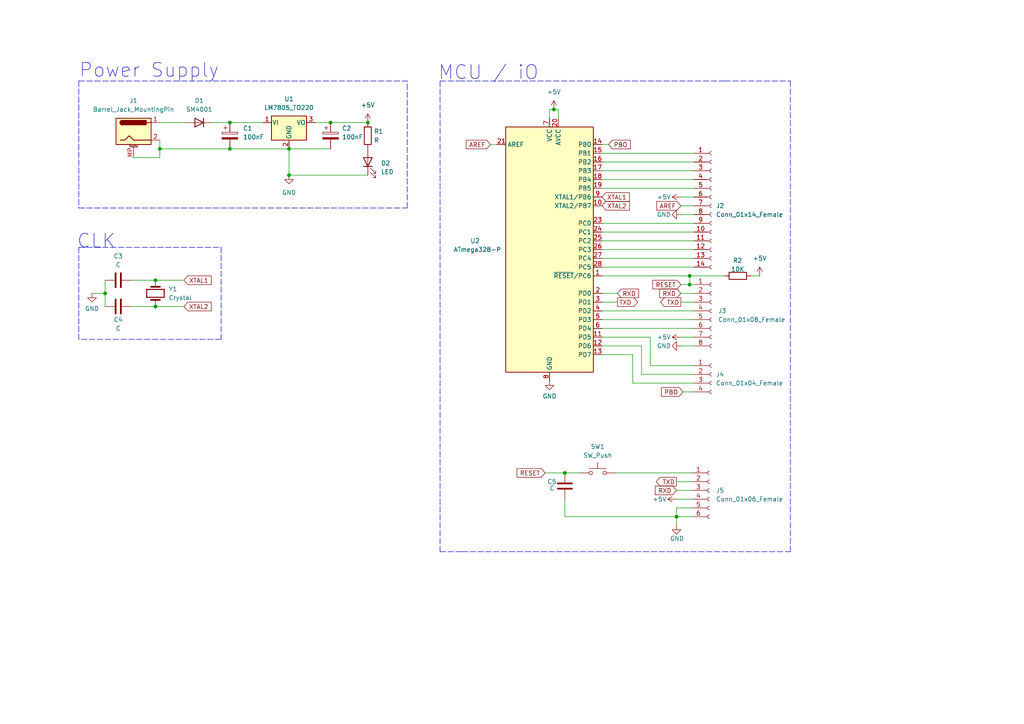
<source format=kicad_sch>
(kicad_sch (version 20211123) (generator eeschema)

  (uuid 5dfc504c-9c25-4f4c-8613-693faeb6430f)

  (paper "A4")

  (lib_symbols
    (symbol "Connector:Barrel_Jack_MountingPin" (pin_names hide) (in_bom yes) (on_board yes)
      (property "Reference" "J" (id 0) (at 0 5.334 0)
        (effects (font (size 1.27 1.27)))
      )
      (property "Value" "Barrel_Jack_MountingPin" (id 1) (at 1.27 -6.35 0)
        (effects (font (size 1.27 1.27)) (justify left))
      )
      (property "Footprint" "" (id 2) (at 1.27 -1.016 0)
        (effects (font (size 1.27 1.27)) hide)
      )
      (property "Datasheet" "~" (id 3) (at 1.27 -1.016 0)
        (effects (font (size 1.27 1.27)) hide)
      )
      (property "ki_keywords" "DC power barrel jack connector" (id 4) (at 0 0 0)
        (effects (font (size 1.27 1.27)) hide)
      )
      (property "ki_description" "DC Barrel Jack with a mounting pin" (id 5) (at 0 0 0)
        (effects (font (size 1.27 1.27)) hide)
      )
      (property "ki_fp_filters" "BarrelJack*" (id 6) (at 0 0 0)
        (effects (font (size 1.27 1.27)) hide)
      )
      (symbol "Barrel_Jack_MountingPin_0_1"
        (rectangle (start -5.08 3.81) (end 5.08 -3.81)
          (stroke (width 0.254) (type default) (color 0 0 0 0))
          (fill (type background))
        )
        (arc (start -3.302 3.175) (mid -3.937 2.54) (end -3.302 1.905)
          (stroke (width 0.254) (type default) (color 0 0 0 0))
          (fill (type none))
        )
        (arc (start -3.302 3.175) (mid -3.937 2.54) (end -3.302 1.905)
          (stroke (width 0.254) (type default) (color 0 0 0 0))
          (fill (type outline))
        )
        (polyline
          (pts
            (xy 5.08 2.54)
            (xy 3.81 2.54)
          )
          (stroke (width 0.254) (type default) (color 0 0 0 0))
          (fill (type none))
        )
        (polyline
          (pts
            (xy -3.81 -2.54)
            (xy -2.54 -2.54)
            (xy -1.27 -1.27)
            (xy 0 -2.54)
            (xy 2.54 -2.54)
            (xy 5.08 -2.54)
          )
          (stroke (width 0.254) (type default) (color 0 0 0 0))
          (fill (type none))
        )
        (rectangle (start 3.683 3.175) (end -3.302 1.905)
          (stroke (width 0.254) (type default) (color 0 0 0 0))
          (fill (type outline))
        )
      )
      (symbol "Barrel_Jack_MountingPin_1_1"
        (polyline
          (pts
            (xy -1.016 -4.572)
            (xy 1.016 -4.572)
          )
          (stroke (width 0.1524) (type default) (color 0 0 0 0))
          (fill (type none))
        )
        (text "Mounting" (at 0 -4.191 0)
          (effects (font (size 0.381 0.381)))
        )
        (pin passive line (at 7.62 2.54 180) (length 2.54)
          (name "~" (effects (font (size 1.27 1.27))))
          (number "1" (effects (font (size 1.27 1.27))))
        )
        (pin passive line (at 7.62 -2.54 180) (length 2.54)
          (name "~" (effects (font (size 1.27 1.27))))
          (number "2" (effects (font (size 1.27 1.27))))
        )
        (pin passive line (at 0 -7.62 90) (length 3.048)
          (name "MountPin" (effects (font (size 1.27 1.27))))
          (number "MP" (effects (font (size 1.27 1.27))))
        )
      )
    )
    (symbol "Connector:Conn_01x04_Female" (pin_names (offset 1.016) hide) (in_bom yes) (on_board yes)
      (property "Reference" "J" (id 0) (at 0 5.08 0)
        (effects (font (size 1.27 1.27)))
      )
      (property "Value" "Conn_01x04_Female" (id 1) (at 0 -7.62 0)
        (effects (font (size 1.27 1.27)))
      )
      (property "Footprint" "" (id 2) (at 0 0 0)
        (effects (font (size 1.27 1.27)) hide)
      )
      (property "Datasheet" "~" (id 3) (at 0 0 0)
        (effects (font (size 1.27 1.27)) hide)
      )
      (property "ki_keywords" "connector" (id 4) (at 0 0 0)
        (effects (font (size 1.27 1.27)) hide)
      )
      (property "ki_description" "Generic connector, single row, 01x04, script generated (kicad-library-utils/schlib/autogen/connector/)" (id 5) (at 0 0 0)
        (effects (font (size 1.27 1.27)) hide)
      )
      (property "ki_fp_filters" "Connector*:*_1x??_*" (id 6) (at 0 0 0)
        (effects (font (size 1.27 1.27)) hide)
      )
      (symbol "Conn_01x04_Female_1_1"
        (arc (start 0 -4.572) (mid -0.508 -5.08) (end 0 -5.588)
          (stroke (width 0.1524) (type default) (color 0 0 0 0))
          (fill (type none))
        )
        (arc (start 0 -2.032) (mid -0.508 -2.54) (end 0 -3.048)
          (stroke (width 0.1524) (type default) (color 0 0 0 0))
          (fill (type none))
        )
        (polyline
          (pts
            (xy -1.27 -5.08)
            (xy -0.508 -5.08)
          )
          (stroke (width 0.1524) (type default) (color 0 0 0 0))
          (fill (type none))
        )
        (polyline
          (pts
            (xy -1.27 -2.54)
            (xy -0.508 -2.54)
          )
          (stroke (width 0.1524) (type default) (color 0 0 0 0))
          (fill (type none))
        )
        (polyline
          (pts
            (xy -1.27 0)
            (xy -0.508 0)
          )
          (stroke (width 0.1524) (type default) (color 0 0 0 0))
          (fill (type none))
        )
        (polyline
          (pts
            (xy -1.27 2.54)
            (xy -0.508 2.54)
          )
          (stroke (width 0.1524) (type default) (color 0 0 0 0))
          (fill (type none))
        )
        (arc (start 0 0.508) (mid -0.508 0) (end 0 -0.508)
          (stroke (width 0.1524) (type default) (color 0 0 0 0))
          (fill (type none))
        )
        (arc (start 0 3.048) (mid -0.508 2.54) (end 0 2.032)
          (stroke (width 0.1524) (type default) (color 0 0 0 0))
          (fill (type none))
        )
        (pin passive line (at -5.08 2.54 0) (length 3.81)
          (name "Pin_1" (effects (font (size 1.27 1.27))))
          (number "1" (effects (font (size 1.27 1.27))))
        )
        (pin passive line (at -5.08 0 0) (length 3.81)
          (name "Pin_2" (effects (font (size 1.27 1.27))))
          (number "2" (effects (font (size 1.27 1.27))))
        )
        (pin passive line (at -5.08 -2.54 0) (length 3.81)
          (name "Pin_3" (effects (font (size 1.27 1.27))))
          (number "3" (effects (font (size 1.27 1.27))))
        )
        (pin passive line (at -5.08 -5.08 0) (length 3.81)
          (name "Pin_4" (effects (font (size 1.27 1.27))))
          (number "4" (effects (font (size 1.27 1.27))))
        )
      )
    )
    (symbol "Connector:Conn_01x06_Female" (pin_names (offset 1.016) hide) (in_bom yes) (on_board yes)
      (property "Reference" "J" (id 0) (at 0 7.62 0)
        (effects (font (size 1.27 1.27)))
      )
      (property "Value" "Conn_01x06_Female" (id 1) (at 0 -10.16 0)
        (effects (font (size 1.27 1.27)))
      )
      (property "Footprint" "" (id 2) (at 0 0 0)
        (effects (font (size 1.27 1.27)) hide)
      )
      (property "Datasheet" "~" (id 3) (at 0 0 0)
        (effects (font (size 1.27 1.27)) hide)
      )
      (property "ki_keywords" "connector" (id 4) (at 0 0 0)
        (effects (font (size 1.27 1.27)) hide)
      )
      (property "ki_description" "Generic connector, single row, 01x06, script generated (kicad-library-utils/schlib/autogen/connector/)" (id 5) (at 0 0 0)
        (effects (font (size 1.27 1.27)) hide)
      )
      (property "ki_fp_filters" "Connector*:*_1x??_*" (id 6) (at 0 0 0)
        (effects (font (size 1.27 1.27)) hide)
      )
      (symbol "Conn_01x06_Female_1_1"
        (arc (start 0 -7.112) (mid -0.508 -7.62) (end 0 -8.128)
          (stroke (width 0.1524) (type default) (color 0 0 0 0))
          (fill (type none))
        )
        (arc (start 0 -4.572) (mid -0.508 -5.08) (end 0 -5.588)
          (stroke (width 0.1524) (type default) (color 0 0 0 0))
          (fill (type none))
        )
        (arc (start 0 -2.032) (mid -0.508 -2.54) (end 0 -3.048)
          (stroke (width 0.1524) (type default) (color 0 0 0 0))
          (fill (type none))
        )
        (polyline
          (pts
            (xy -1.27 -7.62)
            (xy -0.508 -7.62)
          )
          (stroke (width 0.1524) (type default) (color 0 0 0 0))
          (fill (type none))
        )
        (polyline
          (pts
            (xy -1.27 -5.08)
            (xy -0.508 -5.08)
          )
          (stroke (width 0.1524) (type default) (color 0 0 0 0))
          (fill (type none))
        )
        (polyline
          (pts
            (xy -1.27 -2.54)
            (xy -0.508 -2.54)
          )
          (stroke (width 0.1524) (type default) (color 0 0 0 0))
          (fill (type none))
        )
        (polyline
          (pts
            (xy -1.27 0)
            (xy -0.508 0)
          )
          (stroke (width 0.1524) (type default) (color 0 0 0 0))
          (fill (type none))
        )
        (polyline
          (pts
            (xy -1.27 2.54)
            (xy -0.508 2.54)
          )
          (stroke (width 0.1524) (type default) (color 0 0 0 0))
          (fill (type none))
        )
        (polyline
          (pts
            (xy -1.27 5.08)
            (xy -0.508 5.08)
          )
          (stroke (width 0.1524) (type default) (color 0 0 0 0))
          (fill (type none))
        )
        (arc (start 0 0.508) (mid -0.508 0) (end 0 -0.508)
          (stroke (width 0.1524) (type default) (color 0 0 0 0))
          (fill (type none))
        )
        (arc (start 0 3.048) (mid -0.508 2.54) (end 0 2.032)
          (stroke (width 0.1524) (type default) (color 0 0 0 0))
          (fill (type none))
        )
        (arc (start 0 5.588) (mid -0.508 5.08) (end 0 4.572)
          (stroke (width 0.1524) (type default) (color 0 0 0 0))
          (fill (type none))
        )
        (pin passive line (at -5.08 5.08 0) (length 3.81)
          (name "Pin_1" (effects (font (size 1.27 1.27))))
          (number "1" (effects (font (size 1.27 1.27))))
        )
        (pin passive line (at -5.08 2.54 0) (length 3.81)
          (name "Pin_2" (effects (font (size 1.27 1.27))))
          (number "2" (effects (font (size 1.27 1.27))))
        )
        (pin passive line (at -5.08 0 0) (length 3.81)
          (name "Pin_3" (effects (font (size 1.27 1.27))))
          (number "3" (effects (font (size 1.27 1.27))))
        )
        (pin passive line (at -5.08 -2.54 0) (length 3.81)
          (name "Pin_4" (effects (font (size 1.27 1.27))))
          (number "4" (effects (font (size 1.27 1.27))))
        )
        (pin passive line (at -5.08 -5.08 0) (length 3.81)
          (name "Pin_5" (effects (font (size 1.27 1.27))))
          (number "5" (effects (font (size 1.27 1.27))))
        )
        (pin passive line (at -5.08 -7.62 0) (length 3.81)
          (name "Pin_6" (effects (font (size 1.27 1.27))))
          (number "6" (effects (font (size 1.27 1.27))))
        )
      )
    )
    (symbol "Connector:Conn_01x08_Female" (pin_names (offset 1.016) hide) (in_bom yes) (on_board yes)
      (property "Reference" "J" (id 0) (at 0 10.16 0)
        (effects (font (size 1.27 1.27)))
      )
      (property "Value" "Conn_01x08_Female" (id 1) (at 0 -12.7 0)
        (effects (font (size 1.27 1.27)))
      )
      (property "Footprint" "" (id 2) (at 0 0 0)
        (effects (font (size 1.27 1.27)) hide)
      )
      (property "Datasheet" "~" (id 3) (at 0 0 0)
        (effects (font (size 1.27 1.27)) hide)
      )
      (property "ki_keywords" "connector" (id 4) (at 0 0 0)
        (effects (font (size 1.27 1.27)) hide)
      )
      (property "ki_description" "Generic connector, single row, 01x08, script generated (kicad-library-utils/schlib/autogen/connector/)" (id 5) (at 0 0 0)
        (effects (font (size 1.27 1.27)) hide)
      )
      (property "ki_fp_filters" "Connector*:*_1x??_*" (id 6) (at 0 0 0)
        (effects (font (size 1.27 1.27)) hide)
      )
      (symbol "Conn_01x08_Female_1_1"
        (arc (start 0 -9.652) (mid -0.508 -10.16) (end 0 -10.668)
          (stroke (width 0.1524) (type default) (color 0 0 0 0))
          (fill (type none))
        )
        (arc (start 0 -7.112) (mid -0.508 -7.62) (end 0 -8.128)
          (stroke (width 0.1524) (type default) (color 0 0 0 0))
          (fill (type none))
        )
        (arc (start 0 -4.572) (mid -0.508 -5.08) (end 0 -5.588)
          (stroke (width 0.1524) (type default) (color 0 0 0 0))
          (fill (type none))
        )
        (arc (start 0 -2.032) (mid -0.508 -2.54) (end 0 -3.048)
          (stroke (width 0.1524) (type default) (color 0 0 0 0))
          (fill (type none))
        )
        (polyline
          (pts
            (xy -1.27 -10.16)
            (xy -0.508 -10.16)
          )
          (stroke (width 0.1524) (type default) (color 0 0 0 0))
          (fill (type none))
        )
        (polyline
          (pts
            (xy -1.27 -7.62)
            (xy -0.508 -7.62)
          )
          (stroke (width 0.1524) (type default) (color 0 0 0 0))
          (fill (type none))
        )
        (polyline
          (pts
            (xy -1.27 -5.08)
            (xy -0.508 -5.08)
          )
          (stroke (width 0.1524) (type default) (color 0 0 0 0))
          (fill (type none))
        )
        (polyline
          (pts
            (xy -1.27 -2.54)
            (xy -0.508 -2.54)
          )
          (stroke (width 0.1524) (type default) (color 0 0 0 0))
          (fill (type none))
        )
        (polyline
          (pts
            (xy -1.27 0)
            (xy -0.508 0)
          )
          (stroke (width 0.1524) (type default) (color 0 0 0 0))
          (fill (type none))
        )
        (polyline
          (pts
            (xy -1.27 2.54)
            (xy -0.508 2.54)
          )
          (stroke (width 0.1524) (type default) (color 0 0 0 0))
          (fill (type none))
        )
        (polyline
          (pts
            (xy -1.27 5.08)
            (xy -0.508 5.08)
          )
          (stroke (width 0.1524) (type default) (color 0 0 0 0))
          (fill (type none))
        )
        (polyline
          (pts
            (xy -1.27 7.62)
            (xy -0.508 7.62)
          )
          (stroke (width 0.1524) (type default) (color 0 0 0 0))
          (fill (type none))
        )
        (arc (start 0 0.508) (mid -0.508 0) (end 0 -0.508)
          (stroke (width 0.1524) (type default) (color 0 0 0 0))
          (fill (type none))
        )
        (arc (start 0 3.048) (mid -0.508 2.54) (end 0 2.032)
          (stroke (width 0.1524) (type default) (color 0 0 0 0))
          (fill (type none))
        )
        (arc (start 0 5.588) (mid -0.508 5.08) (end 0 4.572)
          (stroke (width 0.1524) (type default) (color 0 0 0 0))
          (fill (type none))
        )
        (arc (start 0 8.128) (mid -0.508 7.62) (end 0 7.112)
          (stroke (width 0.1524) (type default) (color 0 0 0 0))
          (fill (type none))
        )
        (pin passive line (at -5.08 7.62 0) (length 3.81)
          (name "Pin_1" (effects (font (size 1.27 1.27))))
          (number "1" (effects (font (size 1.27 1.27))))
        )
        (pin passive line (at -5.08 5.08 0) (length 3.81)
          (name "Pin_2" (effects (font (size 1.27 1.27))))
          (number "2" (effects (font (size 1.27 1.27))))
        )
        (pin passive line (at -5.08 2.54 0) (length 3.81)
          (name "Pin_3" (effects (font (size 1.27 1.27))))
          (number "3" (effects (font (size 1.27 1.27))))
        )
        (pin passive line (at -5.08 0 0) (length 3.81)
          (name "Pin_4" (effects (font (size 1.27 1.27))))
          (number "4" (effects (font (size 1.27 1.27))))
        )
        (pin passive line (at -5.08 -2.54 0) (length 3.81)
          (name "Pin_5" (effects (font (size 1.27 1.27))))
          (number "5" (effects (font (size 1.27 1.27))))
        )
        (pin passive line (at -5.08 -5.08 0) (length 3.81)
          (name "Pin_6" (effects (font (size 1.27 1.27))))
          (number "6" (effects (font (size 1.27 1.27))))
        )
        (pin passive line (at -5.08 -7.62 0) (length 3.81)
          (name "Pin_7" (effects (font (size 1.27 1.27))))
          (number "7" (effects (font (size 1.27 1.27))))
        )
        (pin passive line (at -5.08 -10.16 0) (length 3.81)
          (name "Pin_8" (effects (font (size 1.27 1.27))))
          (number "8" (effects (font (size 1.27 1.27))))
        )
      )
    )
    (symbol "Connector:Conn_01x14_Female" (pin_names (offset 1.016) hide) (in_bom yes) (on_board yes)
      (property "Reference" "J" (id 0) (at 0 17.78 0)
        (effects (font (size 1.27 1.27)))
      )
      (property "Value" "Conn_01x14_Female" (id 1) (at 0 -20.32 0)
        (effects (font (size 1.27 1.27)))
      )
      (property "Footprint" "" (id 2) (at 0 0 0)
        (effects (font (size 1.27 1.27)) hide)
      )
      (property "Datasheet" "~" (id 3) (at 0 0 0)
        (effects (font (size 1.27 1.27)) hide)
      )
      (property "ki_keywords" "connector" (id 4) (at 0 0 0)
        (effects (font (size 1.27 1.27)) hide)
      )
      (property "ki_description" "Generic connector, single row, 01x14, script generated (kicad-library-utils/schlib/autogen/connector/)" (id 5) (at 0 0 0)
        (effects (font (size 1.27 1.27)) hide)
      )
      (property "ki_fp_filters" "Connector*:*_1x??_*" (id 6) (at 0 0 0)
        (effects (font (size 1.27 1.27)) hide)
      )
      (symbol "Conn_01x14_Female_1_1"
        (arc (start 0 -17.272) (mid -0.508 -17.78) (end 0 -18.288)
          (stroke (width 0.1524) (type default) (color 0 0 0 0))
          (fill (type none))
        )
        (arc (start 0 -14.732) (mid -0.508 -15.24) (end 0 -15.748)
          (stroke (width 0.1524) (type default) (color 0 0 0 0))
          (fill (type none))
        )
        (arc (start 0 -12.192) (mid -0.508 -12.7) (end 0 -13.208)
          (stroke (width 0.1524) (type default) (color 0 0 0 0))
          (fill (type none))
        )
        (arc (start 0 -9.652) (mid -0.508 -10.16) (end 0 -10.668)
          (stroke (width 0.1524) (type default) (color 0 0 0 0))
          (fill (type none))
        )
        (arc (start 0 -7.112) (mid -0.508 -7.62) (end 0 -8.128)
          (stroke (width 0.1524) (type default) (color 0 0 0 0))
          (fill (type none))
        )
        (arc (start 0 -4.572) (mid -0.508 -5.08) (end 0 -5.588)
          (stroke (width 0.1524) (type default) (color 0 0 0 0))
          (fill (type none))
        )
        (arc (start 0 -2.032) (mid -0.508 -2.54) (end 0 -3.048)
          (stroke (width 0.1524) (type default) (color 0 0 0 0))
          (fill (type none))
        )
        (polyline
          (pts
            (xy -1.27 -17.78)
            (xy -0.508 -17.78)
          )
          (stroke (width 0.1524) (type default) (color 0 0 0 0))
          (fill (type none))
        )
        (polyline
          (pts
            (xy -1.27 -15.24)
            (xy -0.508 -15.24)
          )
          (stroke (width 0.1524) (type default) (color 0 0 0 0))
          (fill (type none))
        )
        (polyline
          (pts
            (xy -1.27 -12.7)
            (xy -0.508 -12.7)
          )
          (stroke (width 0.1524) (type default) (color 0 0 0 0))
          (fill (type none))
        )
        (polyline
          (pts
            (xy -1.27 -10.16)
            (xy -0.508 -10.16)
          )
          (stroke (width 0.1524) (type default) (color 0 0 0 0))
          (fill (type none))
        )
        (polyline
          (pts
            (xy -1.27 -7.62)
            (xy -0.508 -7.62)
          )
          (stroke (width 0.1524) (type default) (color 0 0 0 0))
          (fill (type none))
        )
        (polyline
          (pts
            (xy -1.27 -5.08)
            (xy -0.508 -5.08)
          )
          (stroke (width 0.1524) (type default) (color 0 0 0 0))
          (fill (type none))
        )
        (polyline
          (pts
            (xy -1.27 -2.54)
            (xy -0.508 -2.54)
          )
          (stroke (width 0.1524) (type default) (color 0 0 0 0))
          (fill (type none))
        )
        (polyline
          (pts
            (xy -1.27 0)
            (xy -0.508 0)
          )
          (stroke (width 0.1524) (type default) (color 0 0 0 0))
          (fill (type none))
        )
        (polyline
          (pts
            (xy -1.27 2.54)
            (xy -0.508 2.54)
          )
          (stroke (width 0.1524) (type default) (color 0 0 0 0))
          (fill (type none))
        )
        (polyline
          (pts
            (xy -1.27 5.08)
            (xy -0.508 5.08)
          )
          (stroke (width 0.1524) (type default) (color 0 0 0 0))
          (fill (type none))
        )
        (polyline
          (pts
            (xy -1.27 7.62)
            (xy -0.508 7.62)
          )
          (stroke (width 0.1524) (type default) (color 0 0 0 0))
          (fill (type none))
        )
        (polyline
          (pts
            (xy -1.27 10.16)
            (xy -0.508 10.16)
          )
          (stroke (width 0.1524) (type default) (color 0 0 0 0))
          (fill (type none))
        )
        (polyline
          (pts
            (xy -1.27 12.7)
            (xy -0.508 12.7)
          )
          (stroke (width 0.1524) (type default) (color 0 0 0 0))
          (fill (type none))
        )
        (polyline
          (pts
            (xy -1.27 15.24)
            (xy -0.508 15.24)
          )
          (stroke (width 0.1524) (type default) (color 0 0 0 0))
          (fill (type none))
        )
        (arc (start 0 0.508) (mid -0.508 0) (end 0 -0.508)
          (stroke (width 0.1524) (type default) (color 0 0 0 0))
          (fill (type none))
        )
        (arc (start 0 3.048) (mid -0.508 2.54) (end 0 2.032)
          (stroke (width 0.1524) (type default) (color 0 0 0 0))
          (fill (type none))
        )
        (arc (start 0 5.588) (mid -0.508 5.08) (end 0 4.572)
          (stroke (width 0.1524) (type default) (color 0 0 0 0))
          (fill (type none))
        )
        (arc (start 0 8.128) (mid -0.508 7.62) (end 0 7.112)
          (stroke (width 0.1524) (type default) (color 0 0 0 0))
          (fill (type none))
        )
        (arc (start 0 10.668) (mid -0.508 10.16) (end 0 9.652)
          (stroke (width 0.1524) (type default) (color 0 0 0 0))
          (fill (type none))
        )
        (arc (start 0 13.208) (mid -0.508 12.7) (end 0 12.192)
          (stroke (width 0.1524) (type default) (color 0 0 0 0))
          (fill (type none))
        )
        (arc (start 0 15.748) (mid -0.508 15.24) (end 0 14.732)
          (stroke (width 0.1524) (type default) (color 0 0 0 0))
          (fill (type none))
        )
        (pin passive line (at -5.08 15.24 0) (length 3.81)
          (name "Pin_1" (effects (font (size 1.27 1.27))))
          (number "1" (effects (font (size 1.27 1.27))))
        )
        (pin passive line (at -5.08 -7.62 0) (length 3.81)
          (name "Pin_10" (effects (font (size 1.27 1.27))))
          (number "10" (effects (font (size 1.27 1.27))))
        )
        (pin passive line (at -5.08 -10.16 0) (length 3.81)
          (name "Pin_11" (effects (font (size 1.27 1.27))))
          (number "11" (effects (font (size 1.27 1.27))))
        )
        (pin passive line (at -5.08 -12.7 0) (length 3.81)
          (name "Pin_12" (effects (font (size 1.27 1.27))))
          (number "12" (effects (font (size 1.27 1.27))))
        )
        (pin passive line (at -5.08 -15.24 0) (length 3.81)
          (name "Pin_13" (effects (font (size 1.27 1.27))))
          (number "13" (effects (font (size 1.27 1.27))))
        )
        (pin passive line (at -5.08 -17.78 0) (length 3.81)
          (name "Pin_14" (effects (font (size 1.27 1.27))))
          (number "14" (effects (font (size 1.27 1.27))))
        )
        (pin passive line (at -5.08 12.7 0) (length 3.81)
          (name "Pin_2" (effects (font (size 1.27 1.27))))
          (number "2" (effects (font (size 1.27 1.27))))
        )
        (pin passive line (at -5.08 10.16 0) (length 3.81)
          (name "Pin_3" (effects (font (size 1.27 1.27))))
          (number "3" (effects (font (size 1.27 1.27))))
        )
        (pin passive line (at -5.08 7.62 0) (length 3.81)
          (name "Pin_4" (effects (font (size 1.27 1.27))))
          (number "4" (effects (font (size 1.27 1.27))))
        )
        (pin passive line (at -5.08 5.08 0) (length 3.81)
          (name "Pin_5" (effects (font (size 1.27 1.27))))
          (number "5" (effects (font (size 1.27 1.27))))
        )
        (pin passive line (at -5.08 2.54 0) (length 3.81)
          (name "Pin_6" (effects (font (size 1.27 1.27))))
          (number "6" (effects (font (size 1.27 1.27))))
        )
        (pin passive line (at -5.08 0 0) (length 3.81)
          (name "Pin_7" (effects (font (size 1.27 1.27))))
          (number "7" (effects (font (size 1.27 1.27))))
        )
        (pin passive line (at -5.08 -2.54 0) (length 3.81)
          (name "Pin_8" (effects (font (size 1.27 1.27))))
          (number "8" (effects (font (size 1.27 1.27))))
        )
        (pin passive line (at -5.08 -5.08 0) (length 3.81)
          (name "Pin_9" (effects (font (size 1.27 1.27))))
          (number "9" (effects (font (size 1.27 1.27))))
        )
      )
    )
    (symbol "Device:C" (pin_numbers hide) (pin_names (offset 0.254)) (in_bom yes) (on_board yes)
      (property "Reference" "C" (id 0) (at 0.635 2.54 0)
        (effects (font (size 1.27 1.27)) (justify left))
      )
      (property "Value" "C" (id 1) (at 0.635 -2.54 0)
        (effects (font (size 1.27 1.27)) (justify left))
      )
      (property "Footprint" "" (id 2) (at 0.9652 -3.81 0)
        (effects (font (size 1.27 1.27)) hide)
      )
      (property "Datasheet" "~" (id 3) (at 0 0 0)
        (effects (font (size 1.27 1.27)) hide)
      )
      (property "ki_keywords" "cap capacitor" (id 4) (at 0 0 0)
        (effects (font (size 1.27 1.27)) hide)
      )
      (property "ki_description" "Unpolarized capacitor" (id 5) (at 0 0 0)
        (effects (font (size 1.27 1.27)) hide)
      )
      (property "ki_fp_filters" "C_*" (id 6) (at 0 0 0)
        (effects (font (size 1.27 1.27)) hide)
      )
      (symbol "C_0_1"
        (polyline
          (pts
            (xy -2.032 -0.762)
            (xy 2.032 -0.762)
          )
          (stroke (width 0.508) (type default) (color 0 0 0 0))
          (fill (type none))
        )
        (polyline
          (pts
            (xy -2.032 0.762)
            (xy 2.032 0.762)
          )
          (stroke (width 0.508) (type default) (color 0 0 0 0))
          (fill (type none))
        )
      )
      (symbol "C_1_1"
        (pin passive line (at 0 3.81 270) (length 2.794)
          (name "~" (effects (font (size 1.27 1.27))))
          (number "1" (effects (font (size 1.27 1.27))))
        )
        (pin passive line (at 0 -3.81 90) (length 2.794)
          (name "~" (effects (font (size 1.27 1.27))))
          (number "2" (effects (font (size 1.27 1.27))))
        )
      )
    )
    (symbol "Device:C_Polarized" (pin_numbers hide) (pin_names (offset 0.254)) (in_bom yes) (on_board yes)
      (property "Reference" "C" (id 0) (at 0.635 2.54 0)
        (effects (font (size 1.27 1.27)) (justify left))
      )
      (property "Value" "C_Polarized" (id 1) (at 0.635 -2.54 0)
        (effects (font (size 1.27 1.27)) (justify left))
      )
      (property "Footprint" "" (id 2) (at 0.9652 -3.81 0)
        (effects (font (size 1.27 1.27)) hide)
      )
      (property "Datasheet" "~" (id 3) (at 0 0 0)
        (effects (font (size 1.27 1.27)) hide)
      )
      (property "ki_keywords" "cap capacitor" (id 4) (at 0 0 0)
        (effects (font (size 1.27 1.27)) hide)
      )
      (property "ki_description" "Polarized capacitor" (id 5) (at 0 0 0)
        (effects (font (size 1.27 1.27)) hide)
      )
      (property "ki_fp_filters" "CP_*" (id 6) (at 0 0 0)
        (effects (font (size 1.27 1.27)) hide)
      )
      (symbol "C_Polarized_0_1"
        (rectangle (start -2.286 0.508) (end 2.286 1.016)
          (stroke (width 0) (type default) (color 0 0 0 0))
          (fill (type none))
        )
        (polyline
          (pts
            (xy -1.778 2.286)
            (xy -0.762 2.286)
          )
          (stroke (width 0) (type default) (color 0 0 0 0))
          (fill (type none))
        )
        (polyline
          (pts
            (xy -1.27 2.794)
            (xy -1.27 1.778)
          )
          (stroke (width 0) (type default) (color 0 0 0 0))
          (fill (type none))
        )
        (rectangle (start 2.286 -0.508) (end -2.286 -1.016)
          (stroke (width 0) (type default) (color 0 0 0 0))
          (fill (type outline))
        )
      )
      (symbol "C_Polarized_1_1"
        (pin passive line (at 0 3.81 270) (length 2.794)
          (name "~" (effects (font (size 1.27 1.27))))
          (number "1" (effects (font (size 1.27 1.27))))
        )
        (pin passive line (at 0 -3.81 90) (length 2.794)
          (name "~" (effects (font (size 1.27 1.27))))
          (number "2" (effects (font (size 1.27 1.27))))
        )
      )
    )
    (symbol "Device:Crystal" (pin_numbers hide) (pin_names (offset 1.016) hide) (in_bom yes) (on_board yes)
      (property "Reference" "Y" (id 0) (at 0 3.81 0)
        (effects (font (size 1.27 1.27)))
      )
      (property "Value" "Crystal" (id 1) (at 0 -3.81 0)
        (effects (font (size 1.27 1.27)))
      )
      (property "Footprint" "" (id 2) (at 0 0 0)
        (effects (font (size 1.27 1.27)) hide)
      )
      (property "Datasheet" "~" (id 3) (at 0 0 0)
        (effects (font (size 1.27 1.27)) hide)
      )
      (property "ki_keywords" "quartz ceramic resonator oscillator" (id 4) (at 0 0 0)
        (effects (font (size 1.27 1.27)) hide)
      )
      (property "ki_description" "Two pin crystal" (id 5) (at 0 0 0)
        (effects (font (size 1.27 1.27)) hide)
      )
      (property "ki_fp_filters" "Crystal*" (id 6) (at 0 0 0)
        (effects (font (size 1.27 1.27)) hide)
      )
      (symbol "Crystal_0_1"
        (rectangle (start -1.143 2.54) (end 1.143 -2.54)
          (stroke (width 0.3048) (type default) (color 0 0 0 0))
          (fill (type none))
        )
        (polyline
          (pts
            (xy -2.54 0)
            (xy -1.905 0)
          )
          (stroke (width 0) (type default) (color 0 0 0 0))
          (fill (type none))
        )
        (polyline
          (pts
            (xy -1.905 -1.27)
            (xy -1.905 1.27)
          )
          (stroke (width 0.508) (type default) (color 0 0 0 0))
          (fill (type none))
        )
        (polyline
          (pts
            (xy 1.905 -1.27)
            (xy 1.905 1.27)
          )
          (stroke (width 0.508) (type default) (color 0 0 0 0))
          (fill (type none))
        )
        (polyline
          (pts
            (xy 2.54 0)
            (xy 1.905 0)
          )
          (stroke (width 0) (type default) (color 0 0 0 0))
          (fill (type none))
        )
      )
      (symbol "Crystal_1_1"
        (pin passive line (at -3.81 0 0) (length 1.27)
          (name "1" (effects (font (size 1.27 1.27))))
          (number "1" (effects (font (size 1.27 1.27))))
        )
        (pin passive line (at 3.81 0 180) (length 1.27)
          (name "2" (effects (font (size 1.27 1.27))))
          (number "2" (effects (font (size 1.27 1.27))))
        )
      )
    )
    (symbol "Device:LED" (pin_numbers hide) (pin_names (offset 1.016) hide) (in_bom yes) (on_board yes)
      (property "Reference" "D" (id 0) (at 0 2.54 0)
        (effects (font (size 1.27 1.27)))
      )
      (property "Value" "LED" (id 1) (at 0 -2.54 0)
        (effects (font (size 1.27 1.27)))
      )
      (property "Footprint" "" (id 2) (at 0 0 0)
        (effects (font (size 1.27 1.27)) hide)
      )
      (property "Datasheet" "~" (id 3) (at 0 0 0)
        (effects (font (size 1.27 1.27)) hide)
      )
      (property "ki_keywords" "LED diode" (id 4) (at 0 0 0)
        (effects (font (size 1.27 1.27)) hide)
      )
      (property "ki_description" "Light emitting diode" (id 5) (at 0 0 0)
        (effects (font (size 1.27 1.27)) hide)
      )
      (property "ki_fp_filters" "LED* LED_SMD:* LED_THT:*" (id 6) (at 0 0 0)
        (effects (font (size 1.27 1.27)) hide)
      )
      (symbol "LED_0_1"
        (polyline
          (pts
            (xy -1.27 -1.27)
            (xy -1.27 1.27)
          )
          (stroke (width 0.254) (type default) (color 0 0 0 0))
          (fill (type none))
        )
        (polyline
          (pts
            (xy -1.27 0)
            (xy 1.27 0)
          )
          (stroke (width 0) (type default) (color 0 0 0 0))
          (fill (type none))
        )
        (polyline
          (pts
            (xy 1.27 -1.27)
            (xy 1.27 1.27)
            (xy -1.27 0)
            (xy 1.27 -1.27)
          )
          (stroke (width 0.254) (type default) (color 0 0 0 0))
          (fill (type none))
        )
        (polyline
          (pts
            (xy -3.048 -0.762)
            (xy -4.572 -2.286)
            (xy -3.81 -2.286)
            (xy -4.572 -2.286)
            (xy -4.572 -1.524)
          )
          (stroke (width 0) (type default) (color 0 0 0 0))
          (fill (type none))
        )
        (polyline
          (pts
            (xy -1.778 -0.762)
            (xy -3.302 -2.286)
            (xy -2.54 -2.286)
            (xy -3.302 -2.286)
            (xy -3.302 -1.524)
          )
          (stroke (width 0) (type default) (color 0 0 0 0))
          (fill (type none))
        )
      )
      (symbol "LED_1_1"
        (pin passive line (at -3.81 0 0) (length 2.54)
          (name "K" (effects (font (size 1.27 1.27))))
          (number "1" (effects (font (size 1.27 1.27))))
        )
        (pin passive line (at 3.81 0 180) (length 2.54)
          (name "A" (effects (font (size 1.27 1.27))))
          (number "2" (effects (font (size 1.27 1.27))))
        )
      )
    )
    (symbol "Device:R" (pin_numbers hide) (pin_names (offset 0)) (in_bom yes) (on_board yes)
      (property "Reference" "R" (id 0) (at 2.032 0 90)
        (effects (font (size 1.27 1.27)))
      )
      (property "Value" "R" (id 1) (at 0 0 90)
        (effects (font (size 1.27 1.27)))
      )
      (property "Footprint" "" (id 2) (at -1.778 0 90)
        (effects (font (size 1.27 1.27)) hide)
      )
      (property "Datasheet" "~" (id 3) (at 0 0 0)
        (effects (font (size 1.27 1.27)) hide)
      )
      (property "ki_keywords" "R res resistor" (id 4) (at 0 0 0)
        (effects (font (size 1.27 1.27)) hide)
      )
      (property "ki_description" "Resistor" (id 5) (at 0 0 0)
        (effects (font (size 1.27 1.27)) hide)
      )
      (property "ki_fp_filters" "R_*" (id 6) (at 0 0 0)
        (effects (font (size 1.27 1.27)) hide)
      )
      (symbol "R_0_1"
        (rectangle (start -1.016 -2.54) (end 1.016 2.54)
          (stroke (width 0.254) (type default) (color 0 0 0 0))
          (fill (type none))
        )
      )
      (symbol "R_1_1"
        (pin passive line (at 0 3.81 270) (length 1.27)
          (name "~" (effects (font (size 1.27 1.27))))
          (number "1" (effects (font (size 1.27 1.27))))
        )
        (pin passive line (at 0 -3.81 90) (length 1.27)
          (name "~" (effects (font (size 1.27 1.27))))
          (number "2" (effects (font (size 1.27 1.27))))
        )
      )
    )
    (symbol "Diode:SM4001" (pin_numbers hide) (pin_names (offset 1.016) hide) (in_bom yes) (on_board yes)
      (property "Reference" "D" (id 0) (at 0 2.54 0)
        (effects (font (size 1.27 1.27)))
      )
      (property "Value" "SM4001" (id 1) (at 0 -2.54 0)
        (effects (font (size 1.27 1.27)))
      )
      (property "Footprint" "Diode_SMD:D_MELF" (id 2) (at 0 -4.445 0)
        (effects (font (size 1.27 1.27)) hide)
      )
      (property "Datasheet" "http://cdn-reichelt.de/documents/datenblatt/A400/SMD1N400%23DIO.pdf" (id 3) (at 0 0 0)
        (effects (font (size 1.27 1.27)) hide)
      )
      (property "ki_keywords" "diode" (id 4) (at 0 0 0)
        (effects (font (size 1.27 1.27)) hide)
      )
      (property "ki_description" "50V 1A General Purpose Rectifier Diode, MELF" (id 5) (at 0 0 0)
        (effects (font (size 1.27 1.27)) hide)
      )
      (property "ki_fp_filters" "D*MELF*" (id 6) (at 0 0 0)
        (effects (font (size 1.27 1.27)) hide)
      )
      (symbol "SM4001_0_1"
        (polyline
          (pts
            (xy -1.27 1.27)
            (xy -1.27 -1.27)
          )
          (stroke (width 0.254) (type default) (color 0 0 0 0))
          (fill (type none))
        )
        (polyline
          (pts
            (xy 1.27 0)
            (xy -1.27 0)
          )
          (stroke (width 0) (type default) (color 0 0 0 0))
          (fill (type none))
        )
        (polyline
          (pts
            (xy 1.27 1.27)
            (xy 1.27 -1.27)
            (xy -1.27 0)
            (xy 1.27 1.27)
          )
          (stroke (width 0.254) (type default) (color 0 0 0 0))
          (fill (type none))
        )
      )
      (symbol "SM4001_1_1"
        (pin passive line (at -3.81 0 0) (length 2.54)
          (name "K" (effects (font (size 1.27 1.27))))
          (number "1" (effects (font (size 1.27 1.27))))
        )
        (pin passive line (at 3.81 0 180) (length 2.54)
          (name "A" (effects (font (size 1.27 1.27))))
          (number "2" (effects (font (size 1.27 1.27))))
        )
      )
    )
    (symbol "MCU_Microchip_ATmega:ATmega328-P" (in_bom yes) (on_board yes)
      (property "Reference" "U" (id 0) (at -12.7 36.83 0)
        (effects (font (size 1.27 1.27)) (justify left bottom))
      )
      (property "Value" "ATmega328-P" (id 1) (at 2.54 -36.83 0)
        (effects (font (size 1.27 1.27)) (justify left top))
      )
      (property "Footprint" "Package_DIP:DIP-28_W7.62mm" (id 2) (at 0 0 0)
        (effects (font (size 1.27 1.27) italic) hide)
      )
      (property "Datasheet" "http://ww1.microchip.com/downloads/en/DeviceDoc/ATmega328_P%20AVR%20MCU%20with%20picoPower%20Technology%20Data%20Sheet%2040001984A.pdf" (id 3) (at 0 0 0)
        (effects (font (size 1.27 1.27)) hide)
      )
      (property "ki_keywords" "AVR 8bit Microcontroller MegaAVR" (id 4) (at 0 0 0)
        (effects (font (size 1.27 1.27)) hide)
      )
      (property "ki_description" "20MHz, 32kB Flash, 2kB SRAM, 1kB EEPROM, DIP-28" (id 5) (at 0 0 0)
        (effects (font (size 1.27 1.27)) hide)
      )
      (property "ki_fp_filters" "DIP*W7.62mm*" (id 6) (at 0 0 0)
        (effects (font (size 1.27 1.27)) hide)
      )
      (symbol "ATmega328-P_0_1"
        (rectangle (start -12.7 -35.56) (end 12.7 35.56)
          (stroke (width 0.254) (type default) (color 0 0 0 0))
          (fill (type background))
        )
      )
      (symbol "ATmega328-P_1_1"
        (pin bidirectional line (at 15.24 -7.62 180) (length 2.54)
          (name "~{RESET}/PC6" (effects (font (size 1.27 1.27))))
          (number "1" (effects (font (size 1.27 1.27))))
        )
        (pin bidirectional line (at 15.24 12.7 180) (length 2.54)
          (name "XTAL2/PB7" (effects (font (size 1.27 1.27))))
          (number "10" (effects (font (size 1.27 1.27))))
        )
        (pin bidirectional line (at 15.24 -25.4 180) (length 2.54)
          (name "PD5" (effects (font (size 1.27 1.27))))
          (number "11" (effects (font (size 1.27 1.27))))
        )
        (pin bidirectional line (at 15.24 -27.94 180) (length 2.54)
          (name "PD6" (effects (font (size 1.27 1.27))))
          (number "12" (effects (font (size 1.27 1.27))))
        )
        (pin bidirectional line (at 15.24 -30.48 180) (length 2.54)
          (name "PD7" (effects (font (size 1.27 1.27))))
          (number "13" (effects (font (size 1.27 1.27))))
        )
        (pin bidirectional line (at 15.24 30.48 180) (length 2.54)
          (name "PB0" (effects (font (size 1.27 1.27))))
          (number "14" (effects (font (size 1.27 1.27))))
        )
        (pin bidirectional line (at 15.24 27.94 180) (length 2.54)
          (name "PB1" (effects (font (size 1.27 1.27))))
          (number "15" (effects (font (size 1.27 1.27))))
        )
        (pin bidirectional line (at 15.24 25.4 180) (length 2.54)
          (name "PB2" (effects (font (size 1.27 1.27))))
          (number "16" (effects (font (size 1.27 1.27))))
        )
        (pin bidirectional line (at 15.24 22.86 180) (length 2.54)
          (name "PB3" (effects (font (size 1.27 1.27))))
          (number "17" (effects (font (size 1.27 1.27))))
        )
        (pin bidirectional line (at 15.24 20.32 180) (length 2.54)
          (name "PB4" (effects (font (size 1.27 1.27))))
          (number "18" (effects (font (size 1.27 1.27))))
        )
        (pin bidirectional line (at 15.24 17.78 180) (length 2.54)
          (name "PB5" (effects (font (size 1.27 1.27))))
          (number "19" (effects (font (size 1.27 1.27))))
        )
        (pin bidirectional line (at 15.24 -12.7 180) (length 2.54)
          (name "PD0" (effects (font (size 1.27 1.27))))
          (number "2" (effects (font (size 1.27 1.27))))
        )
        (pin power_in line (at 2.54 38.1 270) (length 2.54)
          (name "AVCC" (effects (font (size 1.27 1.27))))
          (number "20" (effects (font (size 1.27 1.27))))
        )
        (pin passive line (at -15.24 30.48 0) (length 2.54)
          (name "AREF" (effects (font (size 1.27 1.27))))
          (number "21" (effects (font (size 1.27 1.27))))
        )
        (pin passive line (at 0 -38.1 90) (length 2.54) hide
          (name "GND" (effects (font (size 1.27 1.27))))
          (number "22" (effects (font (size 1.27 1.27))))
        )
        (pin bidirectional line (at 15.24 7.62 180) (length 2.54)
          (name "PC0" (effects (font (size 1.27 1.27))))
          (number "23" (effects (font (size 1.27 1.27))))
        )
        (pin bidirectional line (at 15.24 5.08 180) (length 2.54)
          (name "PC1" (effects (font (size 1.27 1.27))))
          (number "24" (effects (font (size 1.27 1.27))))
        )
        (pin bidirectional line (at 15.24 2.54 180) (length 2.54)
          (name "PC2" (effects (font (size 1.27 1.27))))
          (number "25" (effects (font (size 1.27 1.27))))
        )
        (pin bidirectional line (at 15.24 0 180) (length 2.54)
          (name "PC3" (effects (font (size 1.27 1.27))))
          (number "26" (effects (font (size 1.27 1.27))))
        )
        (pin bidirectional line (at 15.24 -2.54 180) (length 2.54)
          (name "PC4" (effects (font (size 1.27 1.27))))
          (number "27" (effects (font (size 1.27 1.27))))
        )
        (pin bidirectional line (at 15.24 -5.08 180) (length 2.54)
          (name "PC5" (effects (font (size 1.27 1.27))))
          (number "28" (effects (font (size 1.27 1.27))))
        )
        (pin bidirectional line (at 15.24 -15.24 180) (length 2.54)
          (name "PD1" (effects (font (size 1.27 1.27))))
          (number "3" (effects (font (size 1.27 1.27))))
        )
        (pin bidirectional line (at 15.24 -17.78 180) (length 2.54)
          (name "PD2" (effects (font (size 1.27 1.27))))
          (number "4" (effects (font (size 1.27 1.27))))
        )
        (pin bidirectional line (at 15.24 -20.32 180) (length 2.54)
          (name "PD3" (effects (font (size 1.27 1.27))))
          (number "5" (effects (font (size 1.27 1.27))))
        )
        (pin bidirectional line (at 15.24 -22.86 180) (length 2.54)
          (name "PD4" (effects (font (size 1.27 1.27))))
          (number "6" (effects (font (size 1.27 1.27))))
        )
        (pin power_in line (at 0 38.1 270) (length 2.54)
          (name "VCC" (effects (font (size 1.27 1.27))))
          (number "7" (effects (font (size 1.27 1.27))))
        )
        (pin power_in line (at 0 -38.1 90) (length 2.54)
          (name "GND" (effects (font (size 1.27 1.27))))
          (number "8" (effects (font (size 1.27 1.27))))
        )
        (pin bidirectional line (at 15.24 15.24 180) (length 2.54)
          (name "XTAL1/PB6" (effects (font (size 1.27 1.27))))
          (number "9" (effects (font (size 1.27 1.27))))
        )
      )
    )
    (symbol "Regulator_Linear:LM7805_TO220" (pin_names (offset 0.254)) (in_bom yes) (on_board yes)
      (property "Reference" "U" (id 0) (at -3.81 3.175 0)
        (effects (font (size 1.27 1.27)))
      )
      (property "Value" "LM7805_TO220" (id 1) (at 0 3.175 0)
        (effects (font (size 1.27 1.27)) (justify left))
      )
      (property "Footprint" "Package_TO_SOT_THT:TO-220-3_Vertical" (id 2) (at 0 5.715 0)
        (effects (font (size 1.27 1.27) italic) hide)
      )
      (property "Datasheet" "https://www.onsemi.cn/PowerSolutions/document/MC7800-D.PDF" (id 3) (at 0 -1.27 0)
        (effects (font (size 1.27 1.27)) hide)
      )
      (property "ki_keywords" "Voltage Regulator 1A Positive" (id 4) (at 0 0 0)
        (effects (font (size 1.27 1.27)) hide)
      )
      (property "ki_description" "Positive 1A 35V Linear Regulator, Fixed Output 5V, TO-220" (id 5) (at 0 0 0)
        (effects (font (size 1.27 1.27)) hide)
      )
      (property "ki_fp_filters" "TO?220*" (id 6) (at 0 0 0)
        (effects (font (size 1.27 1.27)) hide)
      )
      (symbol "LM7805_TO220_0_1"
        (rectangle (start -5.08 1.905) (end 5.08 -5.08)
          (stroke (width 0.254) (type default) (color 0 0 0 0))
          (fill (type background))
        )
      )
      (symbol "LM7805_TO220_1_1"
        (pin power_in line (at -7.62 0 0) (length 2.54)
          (name "VI" (effects (font (size 1.27 1.27))))
          (number "1" (effects (font (size 1.27 1.27))))
        )
        (pin power_in line (at 0 -7.62 90) (length 2.54)
          (name "GND" (effects (font (size 1.27 1.27))))
          (number "2" (effects (font (size 1.27 1.27))))
        )
        (pin power_out line (at 7.62 0 180) (length 2.54)
          (name "VO" (effects (font (size 1.27 1.27))))
          (number "3" (effects (font (size 1.27 1.27))))
        )
      )
    )
    (symbol "Switch:SW_Push" (pin_numbers hide) (pin_names (offset 1.016) hide) (in_bom yes) (on_board yes)
      (property "Reference" "SW" (id 0) (at 1.27 2.54 0)
        (effects (font (size 1.27 1.27)) (justify left))
      )
      (property "Value" "SW_Push" (id 1) (at 0 -1.524 0)
        (effects (font (size 1.27 1.27)))
      )
      (property "Footprint" "" (id 2) (at 0 5.08 0)
        (effects (font (size 1.27 1.27)) hide)
      )
      (property "Datasheet" "~" (id 3) (at 0 5.08 0)
        (effects (font (size 1.27 1.27)) hide)
      )
      (property "ki_keywords" "switch normally-open pushbutton push-button" (id 4) (at 0 0 0)
        (effects (font (size 1.27 1.27)) hide)
      )
      (property "ki_description" "Push button switch, generic, two pins" (id 5) (at 0 0 0)
        (effects (font (size 1.27 1.27)) hide)
      )
      (symbol "SW_Push_0_1"
        (circle (center -2.032 0) (radius 0.508)
          (stroke (width 0) (type default) (color 0 0 0 0))
          (fill (type none))
        )
        (polyline
          (pts
            (xy 0 1.27)
            (xy 0 3.048)
          )
          (stroke (width 0) (type default) (color 0 0 0 0))
          (fill (type none))
        )
        (polyline
          (pts
            (xy 2.54 1.27)
            (xy -2.54 1.27)
          )
          (stroke (width 0) (type default) (color 0 0 0 0))
          (fill (type none))
        )
        (circle (center 2.032 0) (radius 0.508)
          (stroke (width 0) (type default) (color 0 0 0 0))
          (fill (type none))
        )
        (pin passive line (at -5.08 0 0) (length 2.54)
          (name "1" (effects (font (size 1.27 1.27))))
          (number "1" (effects (font (size 1.27 1.27))))
        )
        (pin passive line (at 5.08 0 180) (length 2.54)
          (name "2" (effects (font (size 1.27 1.27))))
          (number "2" (effects (font (size 1.27 1.27))))
        )
      )
    )
    (symbol "power:+5V" (power) (pin_names (offset 0)) (in_bom yes) (on_board yes)
      (property "Reference" "#PWR" (id 0) (at 0 -3.81 0)
        (effects (font (size 1.27 1.27)) hide)
      )
      (property "Value" "+5V" (id 1) (at 0 3.556 0)
        (effects (font (size 1.27 1.27)))
      )
      (property "Footprint" "" (id 2) (at 0 0 0)
        (effects (font (size 1.27 1.27)) hide)
      )
      (property "Datasheet" "" (id 3) (at 0 0 0)
        (effects (font (size 1.27 1.27)) hide)
      )
      (property "ki_keywords" "power-flag" (id 4) (at 0 0 0)
        (effects (font (size 1.27 1.27)) hide)
      )
      (property "ki_description" "Power symbol creates a global label with name \"+5V\"" (id 5) (at 0 0 0)
        (effects (font (size 1.27 1.27)) hide)
      )
      (symbol "+5V_0_1"
        (polyline
          (pts
            (xy -0.762 1.27)
            (xy 0 2.54)
          )
          (stroke (width 0) (type default) (color 0 0 0 0))
          (fill (type none))
        )
        (polyline
          (pts
            (xy 0 0)
            (xy 0 2.54)
          )
          (stroke (width 0) (type default) (color 0 0 0 0))
          (fill (type none))
        )
        (polyline
          (pts
            (xy 0 2.54)
            (xy 0.762 1.27)
          )
          (stroke (width 0) (type default) (color 0 0 0 0))
          (fill (type none))
        )
      )
      (symbol "+5V_1_1"
        (pin power_in line (at 0 0 90) (length 0) hide
          (name "+5V" (effects (font (size 1.27 1.27))))
          (number "1" (effects (font (size 1.27 1.27))))
        )
      )
    )
    (symbol "power:GND" (power) (pin_names (offset 0)) (in_bom yes) (on_board yes)
      (property "Reference" "#PWR" (id 0) (at 0 -6.35 0)
        (effects (font (size 1.27 1.27)) hide)
      )
      (property "Value" "GND" (id 1) (at 0 -3.81 0)
        (effects (font (size 1.27 1.27)))
      )
      (property "Footprint" "" (id 2) (at 0 0 0)
        (effects (font (size 1.27 1.27)) hide)
      )
      (property "Datasheet" "" (id 3) (at 0 0 0)
        (effects (font (size 1.27 1.27)) hide)
      )
      (property "ki_keywords" "power-flag" (id 4) (at 0 0 0)
        (effects (font (size 1.27 1.27)) hide)
      )
      (property "ki_description" "Power symbol creates a global label with name \"GND\" , ground" (id 5) (at 0 0 0)
        (effects (font (size 1.27 1.27)) hide)
      )
      (symbol "GND_0_1"
        (polyline
          (pts
            (xy 0 0)
            (xy 0 -1.27)
            (xy 1.27 -1.27)
            (xy 0 -2.54)
            (xy -1.27 -1.27)
            (xy 0 -1.27)
          )
          (stroke (width 0) (type default) (color 0 0 0 0))
          (fill (type none))
        )
      )
      (symbol "GND_1_1"
        (pin power_in line (at 0 0 270) (length 0) hide
          (name "GND" (effects (font (size 1.27 1.27))))
          (number "1" (effects (font (size 1.27 1.27))))
        )
      )
    )
  )

  (junction (at 45.085 88.9) (diameter 0) (color 0 0 0 0)
    (uuid 05e10a6e-fa33-45b0-a962-ae603e679d2b)
  )
  (junction (at 160.655 31.75) (diameter 0) (color 0 0 0 0)
    (uuid 2f9c796c-f451-4219-b894-5b8193e2fcc4)
  )
  (junction (at 66.675 43.18) (diameter 0) (color 0 0 0 0)
    (uuid 3bfc5bb8-b909-4059-bc5b-70266ab40eea)
  )
  (junction (at 106.68 35.56) (diameter 0) (color 0 0 0 0)
    (uuid 60a11f84-1c07-434f-bdd4-3a2ac2c9ea58)
  )
  (junction (at 83.82 50.8) (diameter 0) (color 0 0 0 0)
    (uuid 6359d707-d128-4b40-b5ab-bb43abddf098)
  )
  (junction (at 66.675 35.56) (diameter 0) (color 0 0 0 0)
    (uuid 67a1afcc-4fd8-4418-8920-fc3565abb301)
  )
  (junction (at 45.085 81.28) (diameter 0) (color 0 0 0 0)
    (uuid 7e9d6d5e-dafc-46a1-aecc-b9eb7f571410)
  )
  (junction (at 95.885 35.56) (diameter 0) (color 0 0 0 0)
    (uuid 89986250-a2c8-43e6-817d-a4a855065911)
  )
  (junction (at 163.83 137.16) (diameter 0) (color 0 0 0 0)
    (uuid a73fe22e-1dd8-4d8c-b262-5a5e86877f88)
  )
  (junction (at 83.82 43.18) (diameter 0) (color 0 0 0 0)
    (uuid b509ad56-7fd2-473e-a3d0-2c90f30c9b85)
  )
  (junction (at 30.48 85.09) (diameter 0) (color 0 0 0 0)
    (uuid b5f48bd3-70dc-4043-b07b-afff3be1f1b4)
  )
  (junction (at 200.025 82.55) (diameter 0) (color 0 0 0 0)
    (uuid b9756b44-786e-466a-a8c4-9e7cae1e8244)
  )
  (junction (at 46.355 43.18) (diameter 0) (color 0 0 0 0)
    (uuid c9a53600-04d5-4166-bc61-53b9c6d6a932)
  )
  (junction (at 200.025 80.01) (diameter 0) (color 0 0 0 0)
    (uuid d4016d6e-9533-4706-abd4-29f5b6f3fcb8)
  )
  (junction (at 196.215 149.86) (diameter 0) (color 0 0 0 0)
    (uuid ecb86e86-5139-40e5-8620-10d4e91ecf9b)
  )

  (wire (pts (xy 197.485 85.09) (xy 201.295 85.09))
    (stroke (width 0) (type default) (color 0 0 0 0))
    (uuid 0006edd8-0263-4034-9049-73961a9b5df9)
  )
  (polyline (pts (xy 64.135 71.755) (xy 64.135 98.425))
    (stroke (width 0) (type default) (color 0 0 0 0))
    (uuid 0475ec08-096d-452f-ae67-3170fde1772b)
  )
  (polyline (pts (xy 22.86 71.755) (xy 22.86 98.425))
    (stroke (width 0) (type default) (color 0 0 0 0))
    (uuid 07c0a66d-c90c-4849-b65a-d89d9881d6dc)
  )

  (wire (pts (xy 186.055 108.585) (xy 186.055 100.33))
    (stroke (width 0) (type default) (color 0 0 0 0))
    (uuid 08008cbd-e463-4d80-a554-857e7bd4e844)
  )
  (wire (pts (xy 201.295 106.045) (xy 188.595 106.045))
    (stroke (width 0) (type default) (color 0 0 0 0))
    (uuid 13f60d45-ce68-4a06-bb2b-1239e069e630)
  )
  (wire (pts (xy 174.625 74.93) (xy 201.295 74.93))
    (stroke (width 0) (type default) (color 0 0 0 0))
    (uuid 144662f7-3d87-46eb-8d16-f4d68add4b79)
  )
  (wire (pts (xy 160.655 31.75) (xy 161.925 31.75))
    (stroke (width 0) (type default) (color 0 0 0 0))
    (uuid 15220aea-f178-4cd9-810c-45041846caff)
  )
  (wire (pts (xy 163.83 144.78) (xy 163.83 149.86))
    (stroke (width 0) (type default) (color 0 0 0 0))
    (uuid 17797fbb-6ba6-4b30-852f-baaba8633626)
  )
  (wire (pts (xy 142.24 41.91) (xy 144.145 41.91))
    (stroke (width 0) (type default) (color 0 0 0 0))
    (uuid 189f8a30-8ae5-4bf9-a1af-0b051f460e3c)
  )
  (wire (pts (xy 200.025 80.01) (xy 210.185 80.01))
    (stroke (width 0) (type default) (color 0 0 0 0))
    (uuid 18bef6bd-dccc-43fc-9bd3-b10f55f64468)
  )
  (wire (pts (xy 178.435 137.16) (xy 200.66 137.16))
    (stroke (width 0) (type default) (color 0 0 0 0))
    (uuid 1a02fe18-2b49-4081-a26e-ef20a85a7303)
  )
  (wire (pts (xy 197.485 97.79) (xy 201.295 97.79))
    (stroke (width 0) (type default) (color 0 0 0 0))
    (uuid 1dbd7900-f782-4ac6-9618-43a129e07792)
  )
  (wire (pts (xy 159.385 31.75) (xy 160.655 31.75))
    (stroke (width 0) (type default) (color 0 0 0 0))
    (uuid 1e43a2d5-9f43-41fd-a4bf-04c002157862)
  )
  (wire (pts (xy 201.295 111.125) (xy 183.515 111.125))
    (stroke (width 0) (type default) (color 0 0 0 0))
    (uuid 229ebcc2-e3af-4852-907e-07c73ef98f46)
  )
  (wire (pts (xy 174.625 67.31) (xy 201.295 67.31))
    (stroke (width 0) (type default) (color 0 0 0 0))
    (uuid 2306aa23-6284-4047-a432-9fc641d6cf62)
  )
  (wire (pts (xy 174.625 54.61) (xy 201.295 54.61))
    (stroke (width 0) (type default) (color 0 0 0 0))
    (uuid 2c91243e-f9cd-4e50-9f14-87bc922dcdd5)
  )
  (wire (pts (xy 158.115 137.16) (xy 163.83 137.16))
    (stroke (width 0) (type default) (color 0 0 0 0))
    (uuid 30f5fec7-588e-4182-9e59-16d8117ab3cb)
  )
  (polyline (pts (xy 22.86 71.755) (xy 64.135 71.755))
    (stroke (width 0) (type default) (color 0 0 0 0))
    (uuid 34489516-3cd8-4d40-8423-51c5239529e8)
  )

  (wire (pts (xy 174.625 69.85) (xy 201.295 69.85))
    (stroke (width 0) (type default) (color 0 0 0 0))
    (uuid 34fcbed4-d97d-4227-a61e-9fe614d5e926)
  )
  (wire (pts (xy 106.68 50.8) (xy 83.82 50.8))
    (stroke (width 0) (type default) (color 0 0 0 0))
    (uuid 354812b4-5c82-4075-8a75-e6ab81ada56c)
  )
  (wire (pts (xy 174.625 90.17) (xy 201.295 90.17))
    (stroke (width 0) (type default) (color 0 0 0 0))
    (uuid 3c42c357-fa38-43f1-b09f-d0e85f60b521)
  )
  (wire (pts (xy 46.355 40.64) (xy 46.355 43.18))
    (stroke (width 0) (type default) (color 0 0 0 0))
    (uuid 3ce697c7-59d2-42cb-8a88-a3c4e43098c8)
  )
  (wire (pts (xy 163.83 149.86) (xy 196.215 149.86))
    (stroke (width 0) (type default) (color 0 0 0 0))
    (uuid 3d04a21a-9d0b-4450-91df-94b935743082)
  )
  (wire (pts (xy 183.515 102.87) (xy 174.625 102.87))
    (stroke (width 0) (type default) (color 0 0 0 0))
    (uuid 40ee31ad-6717-4b7c-a413-2969081dd1ad)
  )
  (wire (pts (xy 61.595 35.56) (xy 66.675 35.56))
    (stroke (width 0) (type default) (color 0 0 0 0))
    (uuid 413f1456-565e-4499-a0dd-d85e0b793c0e)
  )
  (polyline (pts (xy 127.635 23.495) (xy 127.635 160.02))
    (stroke (width 0) (type default) (color 0 0 0 0))
    (uuid 42aa4cd4-2b44-41ff-8fb1-f19acfa91e12)
  )

  (wire (pts (xy 38.1 81.28) (xy 45.085 81.28))
    (stroke (width 0) (type default) (color 0 0 0 0))
    (uuid 45171b1e-9c0b-4977-9ca1-2beaacd0a888)
  )
  (wire (pts (xy 200.025 80.01) (xy 200.025 82.55))
    (stroke (width 0) (type default) (color 0 0 0 0))
    (uuid 49dbdee2-6486-4a1e-89e6-c6e764026d11)
  )
  (polyline (pts (xy 118.11 60.325) (xy 118.11 23.495))
    (stroke (width 0) (type default) (color 0 0 0 0))
    (uuid 4cc5c201-45a1-49bf-b6c1-a495eab2b938)
  )

  (wire (pts (xy 197.485 62.23) (xy 201.295 62.23))
    (stroke (width 0) (type default) (color 0 0 0 0))
    (uuid 4d2614c7-8dec-482f-bee9-525665663e89)
  )
  (polyline (pts (xy 229.235 160.02) (xy 229.235 23.495))
    (stroke (width 0) (type default) (color 0 0 0 0))
    (uuid 506e0c7e-7b2f-41f7-9ac8-21588fc642b7)
  )

  (wire (pts (xy 174.625 72.39) (xy 201.295 72.39))
    (stroke (width 0) (type default) (color 0 0 0 0))
    (uuid 51a6eaf5-0f35-45b4-9314-d38ad7112e00)
  )
  (wire (pts (xy 46.355 35.56) (xy 53.975 35.56))
    (stroke (width 0) (type default) (color 0 0 0 0))
    (uuid 51e52860-579c-4dff-9934-c179e1ed7b7d)
  )
  (wire (pts (xy 174.625 41.91) (xy 176.53 41.91))
    (stroke (width 0) (type default) (color 0 0 0 0))
    (uuid 5703d480-8a08-4cde-a26a-26f5adbd3e37)
  )
  (wire (pts (xy 66.675 43.18) (xy 83.82 43.18))
    (stroke (width 0) (type default) (color 0 0 0 0))
    (uuid 5761ab36-8fb8-4f8f-b5ac-7634044f847d)
  )
  (wire (pts (xy 174.625 64.77) (xy 201.295 64.77))
    (stroke (width 0) (type default) (color 0 0 0 0))
    (uuid 58d5a3b5-dbcf-4902-83a1-3752a546e35c)
  )
  (wire (pts (xy 66.675 35.56) (xy 76.2 35.56))
    (stroke (width 0) (type default) (color 0 0 0 0))
    (uuid 5adbc90f-2f31-440c-9690-0bfae6f074ec)
  )
  (wire (pts (xy 196.215 149.86) (xy 200.66 149.86))
    (stroke (width 0) (type default) (color 0 0 0 0))
    (uuid 5ae14c0a-93dd-4475-b039-7f5d78c43bae)
  )
  (wire (pts (xy 30.48 81.28) (xy 30.48 85.09))
    (stroke (width 0) (type default) (color 0 0 0 0))
    (uuid 611d8631-e57d-4ed8-a071-661e913da602)
  )
  (wire (pts (xy 188.595 97.79) (xy 174.625 97.79))
    (stroke (width 0) (type default) (color 0 0 0 0))
    (uuid 6536ce28-3924-4605-91fb-1b08cce05b1f)
  )
  (wire (pts (xy 66.675 43.18) (xy 46.355 43.18))
    (stroke (width 0) (type default) (color 0 0 0 0))
    (uuid 682ab0d6-8c0f-4ee1-9795-e6bdb75cddd7)
  )
  (wire (pts (xy 83.82 50.8) (xy 83.82 43.18))
    (stroke (width 0) (type default) (color 0 0 0 0))
    (uuid 6a78772d-e0fd-4dd5-afa7-b1de1cb77944)
  )
  (wire (pts (xy 30.48 85.09) (xy 30.48 88.9))
    (stroke (width 0) (type default) (color 0 0 0 0))
    (uuid 6ed58c82-bc19-40fa-a9a6-27c86a3de3fe)
  )
  (polyline (pts (xy 133.985 160.02) (xy 229.235 160.02))
    (stroke (width 0) (type default) (color 0 0 0 0))
    (uuid 700b7605-1cd7-4e9c-9858-cdeb0f7da1f1)
  )

  (wire (pts (xy 200.025 82.55) (xy 201.295 82.55))
    (stroke (width 0) (type default) (color 0 0 0 0))
    (uuid 729f342d-0299-42e5-9f65-23216e0276b2)
  )
  (wire (pts (xy 159.385 34.29) (xy 159.385 31.75))
    (stroke (width 0) (type default) (color 0 0 0 0))
    (uuid 7607d8bc-8287-47a4-835d-40cde715bc80)
  )
  (wire (pts (xy 196.215 142.24) (xy 200.66 142.24))
    (stroke (width 0) (type default) (color 0 0 0 0))
    (uuid 78c8e269-8421-440e-afbd-cdfc7dd40a43)
  )
  (wire (pts (xy 38.735 45.72) (xy 46.355 45.72))
    (stroke (width 0) (type default) (color 0 0 0 0))
    (uuid 88747991-dae3-41fc-902a-9c1e6a17beed)
  )
  (wire (pts (xy 183.515 111.125) (xy 183.515 102.87))
    (stroke (width 0) (type default) (color 0 0 0 0))
    (uuid 8c168b8f-268a-4f64-8c25-b416f9e21246)
  )
  (wire (pts (xy 163.83 137.16) (xy 168.275 137.16))
    (stroke (width 0) (type default) (color 0 0 0 0))
    (uuid 91008902-f17e-43ec-9351-56dd2928ffd2)
  )
  (polyline (pts (xy 64.135 98.425) (xy 22.86 98.425))
    (stroke (width 0) (type default) (color 0 0 0 0))
    (uuid 936d0576-39a6-43d4-9575-cb70e6293241)
  )

  (wire (pts (xy 83.82 43.18) (xy 95.885 43.18))
    (stroke (width 0) (type default) (color 0 0 0 0))
    (uuid 9b37d2c5-7b63-45e8-aa85-1ee12b9090a7)
  )
  (wire (pts (xy 197.485 87.63) (xy 201.295 87.63))
    (stroke (width 0) (type default) (color 0 0 0 0))
    (uuid a3649561-4eee-4a91-8d86-c85fdb1c1009)
  )
  (wire (pts (xy 26.67 85.09) (xy 30.48 85.09))
    (stroke (width 0) (type default) (color 0 0 0 0))
    (uuid a4eb7c54-4844-445e-8455-a6eb65b672e4)
  )
  (wire (pts (xy 174.625 77.47) (xy 201.295 77.47))
    (stroke (width 0) (type default) (color 0 0 0 0))
    (uuid a53b7488-81dd-41bd-b025-db6c5c6ebe94)
  )
  (wire (pts (xy 174.625 85.09) (xy 179.07 85.09))
    (stroke (width 0) (type default) (color 0 0 0 0))
    (uuid a56cc9df-c31a-46c1-93a9-aa4734d9def0)
  )
  (wire (pts (xy 201.295 108.585) (xy 186.055 108.585))
    (stroke (width 0) (type default) (color 0 0 0 0))
    (uuid ab2e30b5-b98e-4009-93c8-b23b88fc9a93)
  )
  (wire (pts (xy 174.625 92.71) (xy 201.295 92.71))
    (stroke (width 0) (type default) (color 0 0 0 0))
    (uuid ac6dc789-3812-48bd-b867-7362c5f0a442)
  )
  (wire (pts (xy 196.215 139.7) (xy 200.66 139.7))
    (stroke (width 0) (type default) (color 0 0 0 0))
    (uuid b0bf1d83-c046-45ce-be9e-8c5313096056)
  )
  (wire (pts (xy 91.44 35.56) (xy 95.885 35.56))
    (stroke (width 0) (type default) (color 0 0 0 0))
    (uuid b16b00a1-71df-4033-a16c-a9814b9e6654)
  )
  (wire (pts (xy 197.485 57.15) (xy 201.295 57.15))
    (stroke (width 0) (type default) (color 0 0 0 0))
    (uuid b1f271aa-245c-435b-b3f0-3e8bbc779986)
  )
  (wire (pts (xy 197.485 59.69) (xy 201.295 59.69))
    (stroke (width 0) (type default) (color 0 0 0 0))
    (uuid b446c1f8-f045-41aa-8350-8273679979d0)
  )
  (wire (pts (xy 174.625 95.25) (xy 201.295 95.25))
    (stroke (width 0) (type default) (color 0 0 0 0))
    (uuid b6d0acdf-334d-49ee-9db0-95f95fcaa994)
  )
  (wire (pts (xy 188.595 106.045) (xy 188.595 97.79))
    (stroke (width 0) (type default) (color 0 0 0 0))
    (uuid c0ea789c-69fe-4afa-919d-6c008a2592e4)
  )
  (wire (pts (xy 197.485 100.33) (xy 201.295 100.33))
    (stroke (width 0) (type default) (color 0 0 0 0))
    (uuid c572ae85-af28-4973-8bbc-664bdd6d4cfb)
  )
  (wire (pts (xy 174.625 46.99) (xy 201.295 46.99))
    (stroke (width 0) (type default) (color 0 0 0 0))
    (uuid c6a4e57d-09f1-4c56-afba-e16c06400ee7)
  )
  (wire (pts (xy 198.12 113.665) (xy 201.295 113.665))
    (stroke (width 0) (type default) (color 0 0 0 0))
    (uuid cc007276-b555-47ff-86b7-17f05cb74ec9)
  )
  (polyline (pts (xy 127.635 23.495) (xy 134.62 23.495))
    (stroke (width 0) (type default) (color 0 0 0 0))
    (uuid ccb2fefe-1e5b-42a0-ad7c-567650f2574d)
  )
  (polyline (pts (xy 210.185 23.495) (xy 133.985 23.495))
    (stroke (width 0) (type default) (color 0 0 0 0))
    (uuid ce506ea7-8309-481f-be75-c112024e0cb2)
  )
  (polyline (pts (xy 22.86 23.495) (xy 118.11 23.495))
    (stroke (width 0) (type default) (color 0 0 0 0))
    (uuid d312b52a-8244-4027-8241-05988ca19eed)
  )

  (wire (pts (xy 174.625 44.45) (xy 201.295 44.45))
    (stroke (width 0) (type default) (color 0 0 0 0))
    (uuid d3b91cfc-4ee2-4478-85d2-7e1699c5eadc)
  )
  (wire (pts (xy 196.215 149.86) (xy 196.215 147.32))
    (stroke (width 0) (type default) (color 0 0 0 0))
    (uuid d4cf9f03-fbf7-4c5a-8a36-c126fcefbe30)
  )
  (wire (pts (xy 196.215 149.86) (xy 196.215 152.4))
    (stroke (width 0) (type default) (color 0 0 0 0))
    (uuid d5edb776-4780-4fb8-a2f8-517d09dea8fa)
  )
  (wire (pts (xy 196.215 147.32) (xy 200.66 147.32))
    (stroke (width 0) (type default) (color 0 0 0 0))
    (uuid d682b0c8-2525-4c9e-b7ff-cc0f1561d20f)
  )
  (wire (pts (xy 46.355 43.18) (xy 46.355 45.72))
    (stroke (width 0) (type default) (color 0 0 0 0))
    (uuid d7937c8c-76cb-4dec-a9dd-dcaebeee734d)
  )
  (wire (pts (xy 174.625 49.53) (xy 201.295 49.53))
    (stroke (width 0) (type default) (color 0 0 0 0))
    (uuid dde2a1e2-9ab2-4fbe-aaaa-fcdc3bea1412)
  )
  (polyline (pts (xy 210.185 23.495) (xy 229.235 23.495))
    (stroke (width 0) (type default) (color 0 0 0 0))
    (uuid dff1b0d8-571d-4417-b476-112f6b88c955)
  )
  (polyline (pts (xy 22.86 23.495) (xy 22.86 60.325))
    (stroke (width 0) (type default) (color 0 0 0 0))
    (uuid e01aa6c1-d12c-4aca-8228-8caf98314c30)
  )

  (wire (pts (xy 174.625 87.63) (xy 179.07 87.63))
    (stroke (width 0) (type default) (color 0 0 0 0))
    (uuid e044e79e-e827-44a4-bee8-ba97efcb477f)
  )
  (wire (pts (xy 174.625 80.01) (xy 200.025 80.01))
    (stroke (width 0) (type default) (color 0 0 0 0))
    (uuid e622d138-3ebd-41d1-93e0-5147136f8fa8)
  )
  (wire (pts (xy 174.625 52.07) (xy 201.295 52.07))
    (stroke (width 0) (type default) (color 0 0 0 0))
    (uuid ed8abb1d-35f6-4b23-8e89-f14f88291a9d)
  )
  (wire (pts (xy 95.885 35.56) (xy 106.68 35.56))
    (stroke (width 0) (type default) (color 0 0 0 0))
    (uuid f0308fca-f8c9-4f0c-a6fa-d90e85ba5a06)
  )
  (wire (pts (xy 217.805 80.01) (xy 220.345 80.01))
    (stroke (width 0) (type default) (color 0 0 0 0))
    (uuid f07a6f2e-9c65-4f72-a317-ab4a869f65da)
  )
  (wire (pts (xy 197.485 82.55) (xy 200.025 82.55))
    (stroke (width 0) (type default) (color 0 0 0 0))
    (uuid f115cb70-1f4d-4a6c-b229-c40846172971)
  )
  (wire (pts (xy 196.215 144.78) (xy 200.66 144.78))
    (stroke (width 0) (type default) (color 0 0 0 0))
    (uuid f2c2c7e1-03f7-45fa-8a15-fdc7fe206fa1)
  )
  (wire (pts (xy 186.055 100.33) (xy 174.625 100.33))
    (stroke (width 0) (type default) (color 0 0 0 0))
    (uuid f7139354-b312-4b19-8544-fa0107ad6421)
  )
  (wire (pts (xy 45.085 81.28) (xy 53.34 81.28))
    (stroke (width 0) (type default) (color 0 0 0 0))
    (uuid f800f8fe-fa82-494e-830e-0b18007bf00a)
  )
  (wire (pts (xy 38.1 88.9) (xy 45.085 88.9))
    (stroke (width 0) (type default) (color 0 0 0 0))
    (uuid f9260b0a-63e0-405c-9107-5157ffc74cc5)
  )
  (polyline (pts (xy 22.86 60.325) (xy 118.11 60.325))
    (stroke (width 0) (type default) (color 0 0 0 0))
    (uuid f99d6c0b-ed4f-437c-8e69-dd8fdd598453)
  )

  (wire (pts (xy 45.085 88.9) (xy 53.34 88.9))
    (stroke (width 0) (type default) (color 0 0 0 0))
    (uuid faebbacd-fb57-4be5-8b6e-77c06a32e1ed)
  )
  (polyline (pts (xy 127.635 160.02) (xy 133.985 160.02))
    (stroke (width 0) (type default) (color 0 0 0 0))
    (uuid fb9daee5-f0fe-465b-9a68-86247b4da98a)
  )

  (wire (pts (xy 161.925 31.75) (xy 161.925 34.29))
    (stroke (width 0) (type default) (color 0 0 0 0))
    (uuid fc548f4c-5872-4e92-929d-a9ad6e666898)
  )

  (text "MCU / iO" (at 127 23.495 0)
    (effects (font (size 4 4)) (justify left bottom))
    (uuid 6636ef9f-41d4-4fa4-bac2-35aca3aa022e)
  )
  (text "Power Supply" (at 22.86 22.86 0)
    (effects (font (size 4 4)) (justify left bottom))
    (uuid 8310506f-63c1-4589-95c8-69a231a38d37)
  )
  (text "CLK" (at 22.225 72.39 0)
    (effects (font (size 4 4)) (justify left bottom))
    (uuid b216b4d7-7eba-447a-971f-998c5a0ff71e)
  )

  (global_label "XTAL2" (shape input) (at 53.34 88.9 0) (fields_autoplaced)
    (effects (font (size 1.27 1.27)) (justify left))
    (uuid 08edffb6-5642-4f4f-a9bb-25905d0e139c)
    (property "Intersheet References" "${INTERSHEET_REFS}" (id 0) (at 61.2564 88.8206 0)
      (effects (font (size 1.27 1.27)) (justify left) hide)
    )
  )
  (global_label "TXD" (shape output) (at 197.485 87.63 180) (fields_autoplaced)
    (effects (font (size 1.27 1.27)) (justify right))
    (uuid 21af4bca-3510-4e9f-8915-e5322be4ae8e)
    (property "Intersheet References" "${INTERSHEET_REFS}" (id 0) (at 191.6248 87.5506 0)
      (effects (font (size 1.27 1.27)) (justify right) hide)
    )
  )
  (global_label "RXD" (shape input) (at 197.485 85.09 180) (fields_autoplaced)
    (effects (font (size 1.27 1.27)) (justify right))
    (uuid 38a36eaa-b372-47f8-b97d-e9d9e0bb1d5c)
    (property "Intersheet References" "${INTERSHEET_REFS}" (id 0) (at 191.3224 85.1694 0)
      (effects (font (size 1.27 1.27)) (justify right) hide)
    )
  )
  (global_label "RESET" (shape input) (at 197.485 82.55 180) (fields_autoplaced)
    (effects (font (size 1.27 1.27)) (justify right))
    (uuid 5be7cac6-db26-4b72-bc62-65a89f6b8114)
    (property "Intersheet References" "${INTERSHEET_REFS}" (id 0) (at 189.3267 82.4706 0)
      (effects (font (size 1.27 1.27)) (justify right) hide)
    )
  )
  (global_label "RXD" (shape input) (at 179.07 85.09 0) (fields_autoplaced)
    (effects (font (size 1.27 1.27)) (justify left))
    (uuid 67bc2348-d8a4-4aac-8d0c-5ab528b97d2a)
    (property "Intersheet References" "${INTERSHEET_REFS}" (id 0) (at 185.2326 85.0106 0)
      (effects (font (size 1.27 1.27)) (justify left) hide)
    )
  )
  (global_label "XTAL1" (shape input) (at 174.625 57.15 0) (fields_autoplaced)
    (effects (font (size 1.27 1.27)) (justify left))
    (uuid 70354e43-293c-46ac-927e-3fa29802013c)
    (property "Intersheet References" "${INTERSHEET_REFS}" (id 0) (at 182.5414 57.0706 0)
      (effects (font (size 1.27 1.27)) (justify left) hide)
    )
  )
  (global_label "PBO" (shape input) (at 176.53 41.91 0) (fields_autoplaced)
    (effects (font (size 1.27 1.27)) (justify left))
    (uuid 756770fd-72df-43c5-a17a-5d0941c8f799)
    (property "Intersheet References" "${INTERSHEET_REFS}" (id 0) (at 182.8136 41.8306 0)
      (effects (font (size 1.27 1.27)) (justify left) hide)
    )
  )
  (global_label "TXD" (shape output) (at 196.215 139.7 180) (fields_autoplaced)
    (effects (font (size 1.27 1.27)) (justify right))
    (uuid 769f0f5a-7655-4e18-9afc-efeed1cb9ada)
    (property "Intersheet References" "${INTERSHEET_REFS}" (id 0) (at 190.3548 139.7794 0)
      (effects (font (size 1.27 1.27)) (justify right) hide)
    )
  )
  (global_label "RESET" (shape input) (at 158.115 137.16 180) (fields_autoplaced)
    (effects (font (size 1.27 1.27)) (justify right))
    (uuid 79f785a0-10ae-416a-85c3-313bf7271ef1)
    (property "Intersheet References" "${INTERSHEET_REFS}" (id 0) (at 149.9567 137.0806 0)
      (effects (font (size 1.27 1.27)) (justify right) hide)
    )
  )
  (global_label "RXD" (shape input) (at 196.215 142.24 180) (fields_autoplaced)
    (effects (font (size 1.27 1.27)) (justify right))
    (uuid 7dcea3ad-568b-46a8-a8ba-214384b825f2)
    (property "Intersheet References" "${INTERSHEET_REFS}" (id 0) (at 190.0524 142.3194 0)
      (effects (font (size 1.27 1.27)) (justify right) hide)
    )
  )
  (global_label "AREF" (shape input) (at 142.24 41.91 180) (fields_autoplaced)
    (effects (font (size 1.27 1.27)) (justify right))
    (uuid b4fac6ad-9988-47e1-8d76-6fb513559ca0)
    (property "Intersheet References" "${INTERSHEET_REFS}" (id 0) (at 135.2307 41.8306 0)
      (effects (font (size 1.27 1.27)) (justify right) hide)
    )
  )
  (global_label "XTAL1" (shape input) (at 53.34 81.28 0) (fields_autoplaced)
    (effects (font (size 1.27 1.27)) (justify left))
    (uuid c2891186-f02f-43a2-a067-39806f3399ca)
    (property "Intersheet References" "${INTERSHEET_REFS}" (id 0) (at 61.2564 81.2006 0)
      (effects (font (size 1.27 1.27)) (justify left) hide)
    )
  )
  (global_label "PBO" (shape input) (at 198.12 113.665 180) (fields_autoplaced)
    (effects (font (size 1.27 1.27)) (justify right))
    (uuid c972681c-8d02-4867-b0ea-005197855f71)
    (property "Intersheet References" "${INTERSHEET_REFS}" (id 0) (at 191.8364 113.7444 0)
      (effects (font (size 1.27 1.27)) (justify right) hide)
    )
  )
  (global_label "AREF" (shape input) (at 197.485 59.69 180) (fields_autoplaced)
    (effects (font (size 1.27 1.27)) (justify right))
    (uuid d6420ecf-9013-4ced-b0fb-4b6fe081bf39)
    (property "Intersheet References" "${INTERSHEET_REFS}" (id 0) (at 190.4757 59.6106 0)
      (effects (font (size 1.27 1.27)) (justify right) hide)
    )
  )
  (global_label "TXD" (shape output) (at 179.07 87.63 0) (fields_autoplaced)
    (effects (font (size 1.27 1.27)) (justify left))
    (uuid dcfd94bb-42ef-44f0-88e8-d85d5df60c0a)
    (property "Intersheet References" "${INTERSHEET_REFS}" (id 0) (at 184.9302 87.5506 0)
      (effects (font (size 1.27 1.27)) (justify left) hide)
    )
  )
  (global_label "XTAL2" (shape input) (at 174.625 59.69 0) (fields_autoplaced)
    (effects (font (size 1.27 1.27)) (justify left))
    (uuid e3090727-5059-4d69-9c96-d440f27d7d16)
    (property "Intersheet References" "${INTERSHEET_REFS}" (id 0) (at 182.5414 59.6106 0)
      (effects (font (size 1.27 1.27)) (justify left) hide)
    )
  )

  (symbol (lib_id "power:+5V") (at 220.345 80.01 0) (unit 1)
    (in_bom yes) (on_board yes) (fields_autoplaced)
    (uuid 038470c3-374c-4219-a19a-a04c81fc1cab)
    (property "Reference" "#PWR012" (id 0) (at 220.345 83.82 0)
      (effects (font (size 1.27 1.27)) hide)
    )
    (property "Value" "+5V" (id 1) (at 220.345 74.93 0))
    (property "Footprint" "" (id 2) (at 220.345 80.01 0)
      (effects (font (size 1.27 1.27)) hide)
    )
    (property "Datasheet" "" (id 3) (at 220.345 80.01 0)
      (effects (font (size 1.27 1.27)) hide)
    )
    (pin "1" (uuid a5345a6c-a1df-4e11-b187-89452c151345))
  )

  (symbol (lib_id "Device:C") (at 34.29 88.9 270) (unit 1)
    (in_bom yes) (on_board yes)
    (uuid 0965f1e4-f328-469e-af46-574fe18b7a0a)
    (property "Reference" "C4" (id 0) (at 34.29 92.71 90))
    (property "Value" "C" (id 1) (at 34.29 95.25 90))
    (property "Footprint" "Capacitor_SMD:C_0603_1608Metric" (id 2) (at 30.48 89.8652 0)
      (effects (font (size 1.27 1.27)) hide)
    )
    (property "Datasheet" "~" (id 3) (at 34.29 88.9 0)
      (effects (font (size 1.27 1.27)) hide)
    )
    (pin "1" (uuid 08f43c67-dfd4-4e43-9bb5-937919f3b05e))
    (pin "2" (uuid b8dcb32e-d90c-439a-8984-9a27d68e24d0))
  )

  (symbol (lib_id "power:GND") (at 83.82 50.8 0) (unit 1)
    (in_bom yes) (on_board yes) (fields_autoplaced)
    (uuid 0a2e0e0d-3dd3-4726-b6ec-4ed2aacc8f4c)
    (property "Reference" "#PWR01" (id 0) (at 83.82 57.15 0)
      (effects (font (size 1.27 1.27)) hide)
    )
    (property "Value" "GND" (id 1) (at 83.82 55.88 0))
    (property "Footprint" "" (id 2) (at 83.82 50.8 0)
      (effects (font (size 1.27 1.27)) hide)
    )
    (property "Datasheet" "" (id 3) (at 83.82 50.8 0)
      (effects (font (size 1.27 1.27)) hide)
    )
    (pin "1" (uuid 2a01abef-5d55-425d-83c5-b4a0f4473f11))
  )

  (symbol (lib_id "Connector:Barrel_Jack_MountingPin") (at 38.735 38.1 0) (unit 1)
    (in_bom yes) (on_board yes) (fields_autoplaced)
    (uuid 15da27d4-b7e2-41a9-b471-8f2532cfdc71)
    (property "Reference" "J1" (id 0) (at 38.735 29.21 0))
    (property "Value" "Barrel_Jack_MountingPin" (id 1) (at 38.735 31.75 0))
    (property "Footprint" "Connector_BarrelJack:BarrelJack_GCT_DCJ200-10-A_Horizontal" (id 2) (at 40.005 39.116 0)
      (effects (font (size 1.27 1.27)) hide)
    )
    (property "Datasheet" "~" (id 3) (at 40.005 39.116 0)
      (effects (font (size 1.27 1.27)) hide)
    )
    (pin "1" (uuid 10fe4d22-b640-4c5f-ac81-c6811a175843))
    (pin "2" (uuid 2540063c-5a2a-4f5d-8c9c-7c142194c803))
    (pin "MP" (uuid f18d96a7-51e3-475a-bcc5-c899eb4dfbbf))
  )

  (symbol (lib_id "Device:C_Polarized") (at 66.675 39.37 0) (unit 1)
    (in_bom yes) (on_board yes) (fields_autoplaced)
    (uuid 1bd64730-dc21-4979-8274-e5390cac950d)
    (property "Reference" "C1" (id 0) (at 70.485 37.2109 0)
      (effects (font (size 1.27 1.27)) (justify left))
    )
    (property "Value" "100nF" (id 1) (at 70.485 39.7509 0)
      (effects (font (size 1.27 1.27)) (justify left))
    )
    (property "Footprint" "Capacitor_THT:CP_Radial_D6.3mm_P2.50mm" (id 2) (at 67.6402 43.18 0)
      (effects (font (size 1.27 1.27)) hide)
    )
    (property "Datasheet" "~" (id 3) (at 66.675 39.37 0)
      (effects (font (size 1.27 1.27)) hide)
    )
    (pin "1" (uuid c16e18cc-525f-4ba5-80b9-c80c4d336d23))
    (pin "2" (uuid 212f7b0e-b7e3-40b5-a61d-a3d5c54d5911))
  )

  (symbol (lib_id "power:GND") (at 197.485 100.33 270) (unit 1)
    (in_bom yes) (on_board yes)
    (uuid 2536d9aa-7c2d-455e-a5c8-a5fc72ca76a7)
    (property "Reference" "#PWR011" (id 0) (at 191.135 100.33 0)
      (effects (font (size 1.27 1.27)) hide)
    )
    (property "Value" "GND" (id 1) (at 190.5 100.33 90)
      (effects (font (size 1.27 1.27)) (justify left))
    )
    (property "Footprint" "" (id 2) (at 197.485 100.33 0)
      (effects (font (size 1.27 1.27)) hide)
    )
    (property "Datasheet" "" (id 3) (at 197.485 100.33 0)
      (effects (font (size 1.27 1.27)) hide)
    )
    (pin "1" (uuid 1b46c7c2-8c2f-4c92-99db-e7f71506f12e))
  )

  (symbol (lib_id "Device:LED") (at 106.68 46.99 90) (unit 1)
    (in_bom yes) (on_board yes) (fields_autoplaced)
    (uuid 2ca68b62-1dc5-4147-8d6a-ad507fde9e9c)
    (property "Reference" "D2" (id 0) (at 110.49 47.3074 90)
      (effects (font (size 1.27 1.27)) (justify right))
    )
    (property "Value" "LED" (id 1) (at 110.49 49.8474 90)
      (effects (font (size 1.27 1.27)) (justify right))
    )
    (property "Footprint" "LED_SMD:LED_0603_1608Metric" (id 2) (at 106.68 46.99 0)
      (effects (font (size 1.27 1.27)) hide)
    )
    (property "Datasheet" "~" (id 3) (at 106.68 46.99 0)
      (effects (font (size 1.27 1.27)) hide)
    )
    (pin "1" (uuid 18033fd1-6f4c-4012-a0c7-3cc5611249e3))
    (pin "2" (uuid f258cf90-0517-4bd1-851b-8f5a3fff7e07))
  )

  (symbol (lib_id "power:+5V") (at 160.655 31.75 0) (unit 1)
    (in_bom yes) (on_board yes) (fields_autoplaced)
    (uuid 3332d2ab-682f-4664-b72c-4732ae4d244c)
    (property "Reference" "#PWR05" (id 0) (at 160.655 35.56 0)
      (effects (font (size 1.27 1.27)) hide)
    )
    (property "Value" "+5V" (id 1) (at 160.655 26.67 0))
    (property "Footprint" "" (id 2) (at 160.655 31.75 0)
      (effects (font (size 1.27 1.27)) hide)
    )
    (property "Datasheet" "" (id 3) (at 160.655 31.75 0)
      (effects (font (size 1.27 1.27)) hide)
    )
    (pin "1" (uuid 39e3fc5a-e226-4448-b49d-393c17bed79c))
  )

  (symbol (lib_id "power:+5V") (at 197.485 57.15 90) (unit 1)
    (in_bom yes) (on_board yes)
    (uuid 352eea72-4fa4-49d8-afaf-92a059fcb673)
    (property "Reference" "#PWR08" (id 0) (at 201.295 57.15 0)
      (effects (font (size 1.27 1.27)) hide)
    )
    (property "Value" "+5V" (id 1) (at 190.5 57.15 90)
      (effects (font (size 1.27 1.27)) (justify right))
    )
    (property "Footprint" "" (id 2) (at 197.485 57.15 0)
      (effects (font (size 1.27 1.27)) hide)
    )
    (property "Datasheet" "" (id 3) (at 197.485 57.15 0)
      (effects (font (size 1.27 1.27)) hide)
    )
    (pin "1" (uuid 4b872dd7-5288-4dc5-b3f2-1dbdcec1eb80))
  )

  (symbol (lib_id "Device:C") (at 163.83 140.97 180) (unit 1)
    (in_bom yes) (on_board yes)
    (uuid 44e64417-0363-443c-824e-e94543ed49ea)
    (property "Reference" "C5" (id 0) (at 158.75 139.7 0)
      (effects (font (size 1.27 1.27)) (justify right))
    )
    (property "Value" "C" (id 1) (at 159.385 141.605 0)
      (effects (font (size 1.27 1.27)) (justify right))
    )
    (property "Footprint" "Capacitor_SMD:C_0603_1608Metric" (id 2) (at 162.8648 137.16 0)
      (effects (font (size 1.27 1.27)) hide)
    )
    (property "Datasheet" "~" (id 3) (at 163.83 140.97 0)
      (effects (font (size 1.27 1.27)) hide)
    )
    (pin "1" (uuid 1fe51adb-b3da-4220-a928-995ba48d7021))
    (pin "2" (uuid fabf04bc-437e-4cc5-a878-d1add5188443))
  )

  (symbol (lib_id "power:+5V") (at 106.68 35.56 0) (unit 1)
    (in_bom yes) (on_board yes) (fields_autoplaced)
    (uuid 4a28e587-8846-4bed-9661-e8ea4249a867)
    (property "Reference" "#PWR03" (id 0) (at 106.68 39.37 0)
      (effects (font (size 1.27 1.27)) hide)
    )
    (property "Value" "+5V" (id 1) (at 106.68 30.48 0))
    (property "Footprint" "" (id 2) (at 106.68 35.56 0)
      (effects (font (size 1.27 1.27)) hide)
    )
    (property "Datasheet" "" (id 3) (at 106.68 35.56 0)
      (effects (font (size 1.27 1.27)) hide)
    )
    (pin "1" (uuid bbd49bd1-b444-4b84-bf3b-0bf74d28c8a9))
  )

  (symbol (lib_id "power:+5V") (at 196.215 144.78 90) (unit 1)
    (in_bom yes) (on_board yes)
    (uuid 587ddb02-76b4-4d02-a7c4-b684c6689ce8)
    (property "Reference" "#PWR06" (id 0) (at 200.025 144.78 0)
      (effects (font (size 1.27 1.27)) hide)
    )
    (property "Value" "+5V" (id 1) (at 189.23 144.78 90)
      (effects (font (size 1.27 1.27)) (justify right))
    )
    (property "Footprint" "" (id 2) (at 196.215 144.78 0)
      (effects (font (size 1.27 1.27)) hide)
    )
    (property "Datasheet" "" (id 3) (at 196.215 144.78 0)
      (effects (font (size 1.27 1.27)) hide)
    )
    (pin "1" (uuid 2d801681-afd4-4a07-a36a-bd3d216a6de1))
  )

  (symbol (lib_id "power:GND") (at 159.385 110.49 0) (unit 1)
    (in_bom yes) (on_board yes) (fields_autoplaced)
    (uuid 5e3592ae-b722-4cbc-a6d3-182b44c667b7)
    (property "Reference" "#PWR04" (id 0) (at 159.385 116.84 0)
      (effects (font (size 1.27 1.27)) hide)
    )
    (property "Value" "GND" (id 1) (at 159.385 114.935 0))
    (property "Footprint" "" (id 2) (at 159.385 110.49 0)
      (effects (font (size 1.27 1.27)) hide)
    )
    (property "Datasheet" "" (id 3) (at 159.385 110.49 0)
      (effects (font (size 1.27 1.27)) hide)
    )
    (pin "1" (uuid f8b2c7d1-f1b9-45a0-bd11-2cca4ff51a10))
  )

  (symbol (lib_id "power:GND") (at 197.485 62.23 270) (unit 1)
    (in_bom yes) (on_board yes)
    (uuid 690c2ec1-8cb1-45fe-9a56-b3c2ac30a952)
    (property "Reference" "#PWR09" (id 0) (at 191.135 62.23 0)
      (effects (font (size 1.27 1.27)) hide)
    )
    (property "Value" "GND" (id 1) (at 190.5 62.23 90)
      (effects (font (size 1.27 1.27)) (justify left))
    )
    (property "Footprint" "" (id 2) (at 197.485 62.23 0)
      (effects (font (size 1.27 1.27)) hide)
    )
    (property "Datasheet" "" (id 3) (at 197.485 62.23 0)
      (effects (font (size 1.27 1.27)) hide)
    )
    (pin "1" (uuid bfc2f00f-6ec0-4b1b-adf6-e31f812ecccb))
  )

  (symbol (lib_id "MCU_Microchip_ATmega:ATmega328-P") (at 159.385 72.39 0) (unit 1)
    (in_bom yes) (on_board yes)
    (uuid 7a66cf3a-b70f-4239-a7ea-02e7c8b6229c)
    (property "Reference" "U2" (id 0) (at 137.795 69.85 0))
    (property "Value" "ATmega328-P" (id 1) (at 138.43 72.39 0))
    (property "Footprint" "Package_DIP:DIP-28_W7.62mm" (id 2) (at 159.385 72.39 0)
      (effects (font (size 1.27 1.27) italic) hide)
    )
    (property "Datasheet" "http://ww1.microchip.com/downloads/en/DeviceDoc/ATmega328_P%20AVR%20MCU%20with%20picoPower%20Technology%20Data%20Sheet%2040001984A.pdf" (id 3) (at 159.385 72.39 0)
      (effects (font (size 1.27 1.27)) hide)
    )
    (pin "1" (uuid 86da61eb-4aa4-4860-9261-d6da0e6dbd34))
    (pin "10" (uuid 7c3ad4cb-5053-43ad-8737-9aa3aeaea126))
    (pin "11" (uuid 0727a803-462e-4dab-8f13-c7ddf1541f45))
    (pin "12" (uuid 0b415bad-c0cc-4b09-819a-28a1e7461fe9))
    (pin "13" (uuid 46f12033-c373-4142-99b7-a6129ac422dd))
    (pin "14" (uuid cbe6d405-9f9c-4f96-98b0-081a2509f7b6))
    (pin "15" (uuid 2b2a7940-378d-4e3d-8c87-def36cca0e1a))
    (pin "16" (uuid 2568b72d-6e5d-4737-9938-f6b80a51f4ce))
    (pin "17" (uuid 7c39594f-f9b6-4256-8672-848c46acfabd))
    (pin "18" (uuid 353a5091-61d0-473f-abe8-d55bd1c7f021))
    (pin "19" (uuid fa5bb932-5302-4dc9-a9c3-7cd4762e46b5))
    (pin "2" (uuid 64674afb-202e-47da-9d27-60eed5df0564))
    (pin "20" (uuid 765ed07b-48bd-48f1-9f17-d0b62b62f84b))
    (pin "21" (uuid a2ee8864-f8e1-4d84-af46-d9074a906bbf))
    (pin "22" (uuid 42831e49-7088-474e-9b51-24d1cdee36b6))
    (pin "23" (uuid 8b583466-cad9-4d6c-893e-abcbe3687b43))
    (pin "24" (uuid f1a6897e-1dbf-45d2-a64e-53ac41ea3070))
    (pin "25" (uuid 9e4bad47-2455-4156-9964-f9eee4b4cd0a))
    (pin "26" (uuid 3aecbec3-c202-4b29-99fe-06ce96358d2c))
    (pin "27" (uuid b2dc2d24-6c85-4c54-9435-970060b4a1a0))
    (pin "28" (uuid ab8ae8c1-bd39-4cf8-847b-4f00592b4f38))
    (pin "3" (uuid ec143663-0f4d-4dd0-9315-bcf80ff23aff))
    (pin "4" (uuid 2be534cd-6e19-4b62-9aae-141be0bd735c))
    (pin "5" (uuid 1374f3f8-cedf-4fa7-be95-36a01795a838))
    (pin "6" (uuid b29d361b-bea5-4289-8f18-4eb805613b83))
    (pin "7" (uuid 09e74f66-e79d-433e-b13a-37907e5d55c2))
    (pin "8" (uuid 4f2bf27d-b5dd-4a75-b3a2-969224e9f728))
    (pin "9" (uuid 327ddf96-6a04-4b49-b735-96d0af60567b))
  )

  (symbol (lib_id "Connector:Conn_01x08_Female") (at 206.375 90.17 0) (unit 1)
    (in_bom yes) (on_board yes) (fields_autoplaced)
    (uuid 81b05b22-8e61-4db8-a90f-c593e2d933a2)
    (property "Reference" "J3" (id 0) (at 208.28 90.1699 0)
      (effects (font (size 1.27 1.27)) (justify left))
    )
    (property "Value" "Conn_01x08_Female" (id 1) (at 208.28 92.7099 0)
      (effects (font (size 1.27 1.27)) (justify left))
    )
    (property "Footprint" "Connector_PinSocket_2.54mm:PinSocket_1x08_P2.54mm_Vertical" (id 2) (at 206.375 90.17 0)
      (effects (font (size 1.27 1.27)) hide)
    )
    (property "Datasheet" "~" (id 3) (at 206.375 90.17 0)
      (effects (font (size 1.27 1.27)) hide)
    )
    (pin "1" (uuid 5fba94bd-4ff8-4603-8ab4-b1841db67deb))
    (pin "2" (uuid d8415418-cb45-4eee-bf44-fb2cc4042e6b))
    (pin "3" (uuid 9b7145af-c642-4cbc-86b7-5f49239e996e))
    (pin "4" (uuid c2e8d682-c64b-4ea1-acff-65ad93909c40))
    (pin "5" (uuid 79a4d695-9a41-43fd-9b43-ec067584f3b5))
    (pin "6" (uuid 654de26b-89f5-4472-940a-bdad5b7c5f33))
    (pin "7" (uuid 68085c60-a1ab-49cf-99a8-7e817a69a6dc))
    (pin "8" (uuid a33204f1-cf00-47bc-a8df-35dd2696e02b))
  )

  (symbol (lib_id "Connector:Conn_01x04_Female") (at 206.375 108.585 0) (unit 1)
    (in_bom yes) (on_board yes) (fields_autoplaced)
    (uuid 8ec2270b-c8f8-49bd-b00d-566f86e222d8)
    (property "Reference" "J4" (id 0) (at 207.645 108.5849 0)
      (effects (font (size 1.27 1.27)) (justify left))
    )
    (property "Value" "Conn_01x04_Female" (id 1) (at 207.645 111.1249 0)
      (effects (font (size 1.27 1.27)) (justify left))
    )
    (property "Footprint" "Connector_PinSocket_2.54mm:PinSocket_1x04_P2.54mm_Vertical" (id 2) (at 206.375 108.585 0)
      (effects (font (size 1.27 1.27)) hide)
    )
    (property "Datasheet" "~" (id 3) (at 206.375 108.585 0)
      (effects (font (size 1.27 1.27)) hide)
    )
    (pin "1" (uuid 2811268f-f0c0-452e-a7d2-23113d54ba3c))
    (pin "2" (uuid a34c78c7-04eb-4b22-8bf5-8aedc04ffbc8))
    (pin "3" (uuid eed78c52-3620-4c3a-9443-b1bd6fa08f9f))
    (pin "4" (uuid 6d1cbd36-7a42-4976-aecf-eccf074c71b9))
  )

  (symbol (lib_id "Regulator_Linear:LM7805_TO220") (at 83.82 35.56 0) (unit 1)
    (in_bom yes) (on_board yes) (fields_autoplaced)
    (uuid 92c35036-b47d-42c0-8df9-9fe5b255a808)
    (property "Reference" "U1" (id 0) (at 83.82 28.702 0))
    (property "Value" "LM7805_TO220" (id 1) (at 83.82 31.242 0))
    (property "Footprint" "Package_TO_SOT_THT:TO-220-3_Vertical" (id 2) (at 83.82 29.845 0)
      (effects (font (size 1.27 1.27) italic) hide)
    )
    (property "Datasheet" "https://www.onsemi.cn/PowerSolutions/document/MC7800-D.PDF" (id 3) (at 83.82 36.83 0)
      (effects (font (size 1.27 1.27)) hide)
    )
    (pin "1" (uuid b66f3754-faf5-4334-beb1-36052c245ba0))
    (pin "2" (uuid 3cf16630-4320-4b5a-a834-51bd7627b9ae))
    (pin "3" (uuid a9f0a492-6a61-4a13-8f4d-f8251e18563d))
  )

  (symbol (lib_id "power:GND") (at 26.67 85.09 0) (unit 1)
    (in_bom yes) (on_board yes) (fields_autoplaced)
    (uuid 986f2e95-1a9b-4062-aa49-a9fece63e948)
    (property "Reference" "#PWR02" (id 0) (at 26.67 91.44 0)
      (effects (font (size 1.27 1.27)) hide)
    )
    (property "Value" "GND" (id 1) (at 26.67 89.535 0))
    (property "Footprint" "" (id 2) (at 26.67 85.09 0)
      (effects (font (size 1.27 1.27)) hide)
    )
    (property "Datasheet" "" (id 3) (at 26.67 85.09 0)
      (effects (font (size 1.27 1.27)) hide)
    )
    (pin "1" (uuid 2a1902ea-e20e-488d-a4af-4aa6b00d00b9))
  )

  (symbol (lib_id "power:+5V") (at 197.485 97.79 90) (unit 1)
    (in_bom yes) (on_board yes)
    (uuid 9b9f622f-6dc6-4c8c-8692-80b91cec4c0f)
    (property "Reference" "#PWR010" (id 0) (at 201.295 97.79 0)
      (effects (font (size 1.27 1.27)) hide)
    )
    (property "Value" "+5V" (id 1) (at 190.5 97.79 90)
      (effects (font (size 1.27 1.27)) (justify right))
    )
    (property "Footprint" "" (id 2) (at 197.485 97.79 0)
      (effects (font (size 1.27 1.27)) hide)
    )
    (property "Datasheet" "" (id 3) (at 197.485 97.79 0)
      (effects (font (size 1.27 1.27)) hide)
    )
    (pin "1" (uuid 086bb1fc-69a6-4671-a159-2c3ea9835269))
  )

  (symbol (lib_id "Device:R") (at 213.995 80.01 90) (unit 1)
    (in_bom yes) (on_board yes)
    (uuid a339ddcc-1b07-43b1-92ac-a4ff87b4afd8)
    (property "Reference" "R2" (id 0) (at 215.265 75.565 90)
      (effects (font (size 1.27 1.27)) (justify left))
    )
    (property "Value" "10K" (id 1) (at 215.9 78.105 90)
      (effects (font (size 1.27 1.27)) (justify left))
    )
    (property "Footprint" "Resistor_SMD:R_0603_1608Metric" (id 2) (at 213.995 81.788 90)
      (effects (font (size 1.27 1.27)) hide)
    )
    (property "Datasheet" "~" (id 3) (at 213.995 80.01 0)
      (effects (font (size 1.27 1.27)) hide)
    )
    (pin "1" (uuid a9cfffee-9cf7-466f-9c84-3ee01c7bec38))
    (pin "2" (uuid 5823fdfd-6379-48bc-b346-8e3684061648))
  )

  (symbol (lib_id "Device:C_Polarized") (at 95.885 39.37 0) (unit 1)
    (in_bom yes) (on_board yes) (fields_autoplaced)
    (uuid b1846959-c35f-44a1-94e9-0a6214990f46)
    (property "Reference" "C2" (id 0) (at 99.187 37.2109 0)
      (effects (font (size 1.27 1.27)) (justify left))
    )
    (property "Value" "100nF" (id 1) (at 99.187 39.7509 0)
      (effects (font (size 1.27 1.27)) (justify left))
    )
    (property "Footprint" "Capacitor_THT:CP_Radial_D6.3mm_P2.50mm" (id 2) (at 96.8502 43.18 0)
      (effects (font (size 1.27 1.27)) hide)
    )
    (property "Datasheet" "~" (id 3) (at 95.885 39.37 0)
      (effects (font (size 1.27 1.27)) hide)
    )
    (pin "1" (uuid 819415d9-ae5c-406f-91c7-98175ec3d9f8))
    (pin "2" (uuid a10513bc-510d-493a-a8d6-f19b5e6e93f9))
  )

  (symbol (lib_id "Connector:Conn_01x14_Female") (at 206.375 59.69 0) (unit 1)
    (in_bom yes) (on_board yes) (fields_autoplaced)
    (uuid b6a3425f-b8b5-490b-a1e9-50e46a6b6249)
    (property "Reference" "J2" (id 0) (at 207.645 59.6899 0)
      (effects (font (size 1.27 1.27)) (justify left))
    )
    (property "Value" "Conn_01x14_Female" (id 1) (at 207.645 62.2299 0)
      (effects (font (size 1.27 1.27)) (justify left))
    )
    (property "Footprint" "Connector_PinSocket_2.54mm:PinSocket_1x14_P2.54mm_Vertical" (id 2) (at 206.375 59.69 0)
      (effects (font (size 1.27 1.27)) hide)
    )
    (property "Datasheet" "~" (id 3) (at 206.375 59.69 0)
      (effects (font (size 1.27 1.27)) hide)
    )
    (pin "1" (uuid fd2c493f-c248-4ea0-b2f7-653a8ba0e51a))
    (pin "10" (uuid 8209d97f-919f-49e3-963f-3f651a3840ea))
    (pin "11" (uuid 0bcd7b53-7862-4b33-8679-f9077108032f))
    (pin "12" (uuid a6d71211-1e03-4f64-8de7-83778dc889bc))
    (pin "13" (uuid 81052888-3086-4502-a1c5-70a99f249012))
    (pin "14" (uuid 4756846a-7acc-4cbd-87dd-9fc7381dd76c))
    (pin "2" (uuid 8baa24fb-4ad3-4859-983d-98363dc0470f))
    (pin "3" (uuid 0e76069f-0b92-48ab-b103-1057771edcaf))
    (pin "4" (uuid 33d22651-9983-43f6-94d8-2da88ae4e57e))
    (pin "5" (uuid 19136000-c19d-40fb-9ebe-306f928fb98c))
    (pin "6" (uuid c81104c4-82ee-46e3-9cb6-1d60dedb2ad5))
    (pin "7" (uuid 309fcb58-7d50-49f3-9dfb-f536e2220687))
    (pin "8" (uuid d69d8e38-725f-465b-8176-5b764e155ce6))
    (pin "9" (uuid 788ebbcf-7746-40e2-a398-6a3b8cbcfc79))
  )

  (symbol (lib_id "Device:R") (at 106.68 39.37 0) (unit 1)
    (in_bom yes) (on_board yes) (fields_autoplaced)
    (uuid c9947977-fde8-4f1b-851d-18d1532ab366)
    (property "Reference" "R1" (id 0) (at 108.458 38.0999 0)
      (effects (font (size 1.27 1.27)) (justify left))
    )
    (property "Value" "R" (id 1) (at 108.458 40.6399 0)
      (effects (font (size 1.27 1.27)) (justify left))
    )
    (property "Footprint" "Resistor_SMD:R_0603_1608Metric" (id 2) (at 104.902 39.37 90)
      (effects (font (size 1.27 1.27)) hide)
    )
    (property "Datasheet" "~" (id 3) (at 106.68 39.37 0)
      (effects (font (size 1.27 1.27)) hide)
    )
    (pin "1" (uuid 64d91f93-6ca5-43c8-8e13-c629339ee9fb))
    (pin "2" (uuid 754238da-3d34-416b-9cb7-208630c21f44))
  )

  (symbol (lib_id "Device:Crystal") (at 45.085 85.09 90) (unit 1)
    (in_bom yes) (on_board yes) (fields_autoplaced)
    (uuid e43e83ef-c355-44d2-ac6f-43864344a9d8)
    (property "Reference" "Y1" (id 0) (at 48.895 83.8199 90)
      (effects (font (size 1.27 1.27)) (justify right))
    )
    (property "Value" "Crystal" (id 1) (at 48.895 86.3599 90)
      (effects (font (size 1.27 1.27)) (justify right))
    )
    (property "Footprint" "Crystal:Crystal_HC52-8mm_Vertical" (id 2) (at 45.085 85.09 0)
      (effects (font (size 1.27 1.27)) hide)
    )
    (property "Datasheet" "~" (id 3) (at 45.085 85.09 0)
      (effects (font (size 1.27 1.27)) hide)
    )
    (pin "1" (uuid 42cec8b8-717c-46a7-bc7f-7ebeb2d2362a))
    (pin "2" (uuid 3725d51c-0bed-4f1b-8820-b2fb36dc51a9))
  )

  (symbol (lib_id "Device:C") (at 34.29 81.28 90) (unit 1)
    (in_bom yes) (on_board yes) (fields_autoplaced)
    (uuid e477ec0c-8c95-4fcc-809d-bb44dc8aeb98)
    (property "Reference" "C3" (id 0) (at 34.29 74.295 90))
    (property "Value" "C" (id 1) (at 34.29 76.835 90))
    (property "Footprint" "Capacitor_SMD:C_0603_1608Metric" (id 2) (at 38.1 80.3148 0)
      (effects (font (size 1.27 1.27)) hide)
    )
    (property "Datasheet" "~" (id 3) (at 34.29 81.28 0)
      (effects (font (size 1.27 1.27)) hide)
    )
    (pin "1" (uuid 3ce212b5-c8bb-48f3-ac94-8cbeee590c22))
    (pin "2" (uuid ae498c35-0c4f-436c-8427-264380cc9b32))
  )

  (symbol (lib_id "Connector:Conn_01x06_Female") (at 205.74 142.24 0) (unit 1)
    (in_bom yes) (on_board yes) (fields_autoplaced)
    (uuid e5847ee8-57c4-4c55-818b-9e87663c3b2a)
    (property "Reference" "J5" (id 0) (at 207.645 142.2399 0)
      (effects (font (size 1.27 1.27)) (justify left))
    )
    (property "Value" "Conn_01x06_Female" (id 1) (at 207.645 144.7799 0)
      (effects (font (size 1.27 1.27)) (justify left))
    )
    (property "Footprint" "Connector_PinSocket_1.27mm:PinSocket_1x06_P1.27mm_Vertical" (id 2) (at 205.74 142.24 0)
      (effects (font (size 1.27 1.27)) hide)
    )
    (property "Datasheet" "~" (id 3) (at 205.74 142.24 0)
      (effects (font (size 1.27 1.27)) hide)
    )
    (pin "1" (uuid 2d37c5f2-4911-4ab9-8bd1-ff2a16e840e8))
    (pin "2" (uuid ae7fde9a-07cf-45d5-83f8-995abc35d22b))
    (pin "3" (uuid 87a98b62-2d23-4489-92e6-b40596a90a35))
    (pin "4" (uuid 0c7ecb83-0c27-4b80-8553-209f0041a3c7))
    (pin "5" (uuid 0425c8fa-5320-481a-8d59-8a16d5fa63d3))
    (pin "6" (uuid b126d307-799c-44ca-9e4c-9d6b27534b3a))
  )

  (symbol (lib_id "Switch:SW_Push") (at 173.355 137.16 0) (unit 1)
    (in_bom yes) (on_board yes) (fields_autoplaced)
    (uuid f3469fec-b7ac-4c84-91c4-e51ef923bf80)
    (property "Reference" "SW1" (id 0) (at 173.355 129.54 0))
    (property "Value" "SW_Push" (id 1) (at 173.355 132.08 0))
    (property "Footprint" "Button_Switch_SMD:SW_DIP_SPSTx01_Slide_6.7x4.1mm_W6.73mm_P2.54mm_LowProfile_JPin" (id 2) (at 173.355 132.08 0)
      (effects (font (size 1.27 1.27)) hide)
    )
    (property "Datasheet" "~" (id 3) (at 173.355 132.08 0)
      (effects (font (size 1.27 1.27)) hide)
    )
    (pin "1" (uuid 8b99da7b-91d3-484e-849b-dab60d7771ac))
    (pin "2" (uuid c40b2a87-3b6c-4a4b-94de-2e49ef6eda14))
  )

  (symbol (lib_id "Diode:SM4001") (at 57.785 35.56 180) (unit 1)
    (in_bom yes) (on_board yes) (fields_autoplaced)
    (uuid f5e08bf0-041f-434a-a3f2-9f1f851aae97)
    (property "Reference" "D1" (id 0) (at 57.785 29.21 0))
    (property "Value" "SM4001" (id 1) (at 57.785 31.75 0))
    (property "Footprint" "Diode_SMD:D_MELF" (id 2) (at 57.785 31.115 0)
      (effects (font (size 1.27 1.27)) hide)
    )
    (property "Datasheet" "http://cdn-reichelt.de/documents/datenblatt/A400/SMD1N400%23DIO.pdf" (id 3) (at 57.785 35.56 0)
      (effects (font (size 1.27 1.27)) hide)
    )
    (pin "1" (uuid 10fe58e5-8fac-403b-be7a-7876404eba5d))
    (pin "2" (uuid c163ab02-5460-461d-9d7b-a7192b940f39))
  )

  (symbol (lib_id "power:GND") (at 196.215 152.4 0) (unit 1)
    (in_bom yes) (on_board yes)
    (uuid fdd25ef4-546e-4fda-a89d-0df131313b20)
    (property "Reference" "#PWR07" (id 0) (at 196.215 158.75 0)
      (effects (font (size 1.27 1.27)) hide)
    )
    (property "Value" "GND" (id 1) (at 194.31 156.21 0)
      (effects (font (size 1.27 1.27)) (justify left))
    )
    (property "Footprint" "" (id 2) (at 196.215 152.4 0)
      (effects (font (size 1.27 1.27)) hide)
    )
    (property "Datasheet" "" (id 3) (at 196.215 152.4 0)
      (effects (font (size 1.27 1.27)) hide)
    )
    (pin "1" (uuid bfcd8343-235a-41e3-b458-1a27dae121da))
  )

  (sheet_instances
    (path "/" (page "1"))
  )

  (symbol_instances
    (path "/0a2e0e0d-3dd3-4726-b6ec-4ed2aacc8f4c"
      (reference "#PWR01") (unit 1) (value "GND") (footprint "")
    )
    (path "/986f2e95-1a9b-4062-aa49-a9fece63e948"
      (reference "#PWR02") (unit 1) (value "GND") (footprint "")
    )
    (path "/4a28e587-8846-4bed-9661-e8ea4249a867"
      (reference "#PWR03") (unit 1) (value "+5V") (footprint "")
    )
    (path "/5e3592ae-b722-4cbc-a6d3-182b44c667b7"
      (reference "#PWR04") (unit 1) (value "GND") (footprint "")
    )
    (path "/3332d2ab-682f-4664-b72c-4732ae4d244c"
      (reference "#PWR05") (unit 1) (value "+5V") (footprint "")
    )
    (path "/587ddb02-76b4-4d02-a7c4-b684c6689ce8"
      (reference "#PWR06") (unit 1) (value "+5V") (footprint "")
    )
    (path "/fdd25ef4-546e-4fda-a89d-0df131313b20"
      (reference "#PWR07") (unit 1) (value "GND") (footprint "")
    )
    (path "/352eea72-4fa4-49d8-afaf-92a059fcb673"
      (reference "#PWR08") (unit 1) (value "+5V") (footprint "")
    )
    (path "/690c2ec1-8cb1-45fe-9a56-b3c2ac30a952"
      (reference "#PWR09") (unit 1) (value "GND") (footprint "")
    )
    (path "/9b9f622f-6dc6-4c8c-8692-80b91cec4c0f"
      (reference "#PWR010") (unit 1) (value "+5V") (footprint "")
    )
    (path "/2536d9aa-7c2d-455e-a5c8-a5fc72ca76a7"
      (reference "#PWR011") (unit 1) (value "GND") (footprint "")
    )
    (path "/038470c3-374c-4219-a19a-a04c81fc1cab"
      (reference "#PWR012") (unit 1) (value "+5V") (footprint "")
    )
    (path "/1bd64730-dc21-4979-8274-e5390cac950d"
      (reference "C1") (unit 1) (value "100nF") (footprint "Capacitor_THT:CP_Radial_D6.3mm_P2.50mm")
    )
    (path "/b1846959-c35f-44a1-94e9-0a6214990f46"
      (reference "C2") (unit 1) (value "100nF") (footprint "Capacitor_THT:CP_Radial_D6.3mm_P2.50mm")
    )
    (path "/e477ec0c-8c95-4fcc-809d-bb44dc8aeb98"
      (reference "C3") (unit 1) (value "C") (footprint "Capacitor_SMD:C_0603_1608Metric")
    )
    (path "/0965f1e4-f328-469e-af46-574fe18b7a0a"
      (reference "C4") (unit 1) (value "C") (footprint "Capacitor_SMD:C_0603_1608Metric")
    )
    (path "/44e64417-0363-443c-824e-e94543ed49ea"
      (reference "C5") (unit 1) (value "C") (footprint "Capacitor_SMD:C_0603_1608Metric")
    )
    (path "/f5e08bf0-041f-434a-a3f2-9f1f851aae97"
      (reference "D1") (unit 1) (value "SM4001") (footprint "Diode_SMD:D_MELF")
    )
    (path "/2ca68b62-1dc5-4147-8d6a-ad507fde9e9c"
      (reference "D2") (unit 1) (value "LED") (footprint "LED_SMD:LED_0603_1608Metric")
    )
    (path "/15da27d4-b7e2-41a9-b471-8f2532cfdc71"
      (reference "J1") (unit 1) (value "Barrel_Jack_MountingPin") (footprint "Connector_BarrelJack:BarrelJack_GCT_DCJ200-10-A_Horizontal")
    )
    (path "/b6a3425f-b8b5-490b-a1e9-50e46a6b6249"
      (reference "J2") (unit 1) (value "Conn_01x14_Female") (footprint "Connector_PinSocket_2.54mm:PinSocket_1x14_P2.54mm_Vertical")
    )
    (path "/81b05b22-8e61-4db8-a90f-c593e2d933a2"
      (reference "J3") (unit 1) (value "Conn_01x08_Female") (footprint "Connector_PinSocket_2.54mm:PinSocket_1x08_P2.54mm_Vertical")
    )
    (path "/8ec2270b-c8f8-49bd-b00d-566f86e222d8"
      (reference "J4") (unit 1) (value "Conn_01x04_Female") (footprint "Connector_PinSocket_2.54mm:PinSocket_1x04_P2.54mm_Vertical")
    )
    (path "/e5847ee8-57c4-4c55-818b-9e87663c3b2a"
      (reference "J5") (unit 1) (value "Conn_01x06_Female") (footprint "Connector_PinSocket_1.27mm:PinSocket_1x06_P1.27mm_Vertical")
    )
    (path "/c9947977-fde8-4f1b-851d-18d1532ab366"
      (reference "R1") (unit 1) (value "R") (footprint "Resistor_SMD:R_0603_1608Metric")
    )
    (path "/a339ddcc-1b07-43b1-92ac-a4ff87b4afd8"
      (reference "R2") (unit 1) (value "10K") (footprint "Resistor_SMD:R_0603_1608Metric")
    )
    (path "/f3469fec-b7ac-4c84-91c4-e51ef923bf80"
      (reference "SW1") (unit 1) (value "SW_Push") (footprint "Button_Switch_SMD:SW_DIP_SPSTx01_Slide_6.7x4.1mm_W6.73mm_P2.54mm_LowProfile_JPin")
    )
    (path "/92c35036-b47d-42c0-8df9-9fe5b255a808"
      (reference "U1") (unit 1) (value "LM7805_TO220") (footprint "Package_TO_SOT_THT:TO-220-3_Vertical")
    )
    (path "/7a66cf3a-b70f-4239-a7ea-02e7c8b6229c"
      (reference "U2") (unit 1) (value "ATmega328-P") (footprint "Package_DIP:DIP-28_W7.62mm")
    )
    (path "/e43e83ef-c355-44d2-ac6f-43864344a9d8"
      (reference "Y1") (unit 1) (value "Crystal") (footprint "Crystal:Crystal_HC52-8mm_Vertical")
    )
  )
)

</source>
